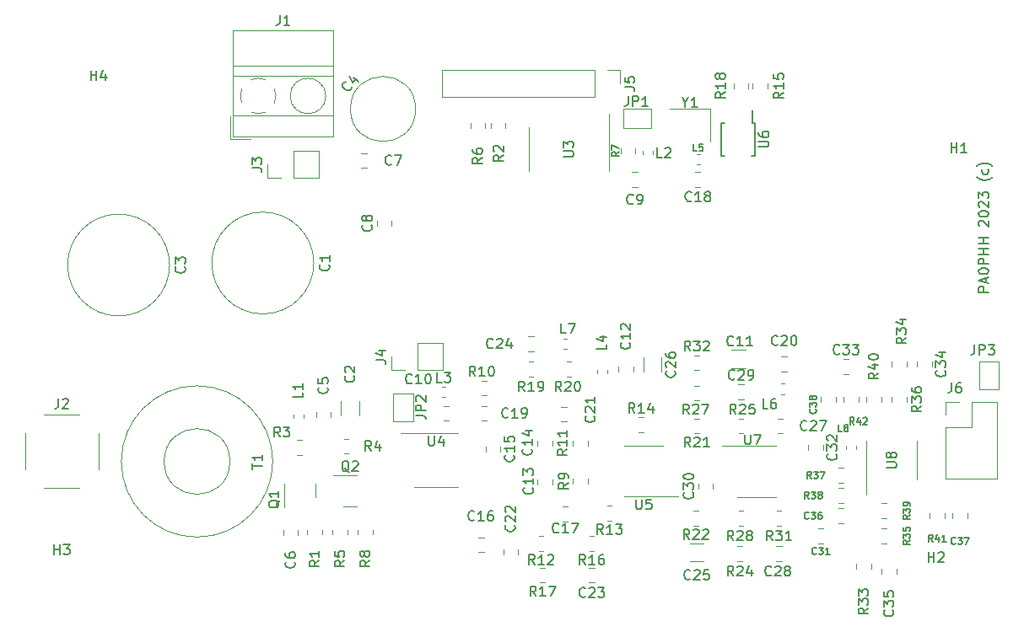
<source format=gbr>
%TF.GenerationSoftware,KiCad,Pcbnew,(6.0.9)*%
%TF.CreationDate,2023-05-20T11:21:48+02:00*%
%TF.ProjectId,sdrt41,73647274-3431-42e6-9b69-6361645f7063,rev?*%
%TF.SameCoordinates,Original*%
%TF.FileFunction,Legend,Top*%
%TF.FilePolarity,Positive*%
%FSLAX46Y46*%
G04 Gerber Fmt 4.6, Leading zero omitted, Abs format (unit mm)*
G04 Created by KiCad (PCBNEW (6.0.9)) date 2023-05-20 11:21:48*
%MOMM*%
%LPD*%
G01*
G04 APERTURE LIST*
%ADD10C,0.150000*%
%ADD11C,0.120000*%
G04 APERTURE END LIST*
D10*
X121356380Y-86486190D02*
X120356380Y-86486190D01*
X120356380Y-86105238D01*
X120404000Y-86010000D01*
X120451619Y-85962380D01*
X120546857Y-85914761D01*
X120689714Y-85914761D01*
X120784952Y-85962380D01*
X120832571Y-86010000D01*
X120880190Y-86105238D01*
X120880190Y-86486190D01*
X121070666Y-85533809D02*
X121070666Y-85057619D01*
X121356380Y-85629047D02*
X120356380Y-85295714D01*
X121356380Y-84962380D01*
X120356380Y-84438571D02*
X120356380Y-84343333D01*
X120404000Y-84248095D01*
X120451619Y-84200476D01*
X120546857Y-84152857D01*
X120737333Y-84105238D01*
X120975428Y-84105238D01*
X121165904Y-84152857D01*
X121261142Y-84200476D01*
X121308761Y-84248095D01*
X121356380Y-84343333D01*
X121356380Y-84438571D01*
X121308761Y-84533809D01*
X121261142Y-84581428D01*
X121165904Y-84629047D01*
X120975428Y-84676666D01*
X120737333Y-84676666D01*
X120546857Y-84629047D01*
X120451619Y-84581428D01*
X120404000Y-84533809D01*
X120356380Y-84438571D01*
X121356380Y-83676666D02*
X120356380Y-83676666D01*
X120356380Y-83295714D01*
X120404000Y-83200476D01*
X120451619Y-83152857D01*
X120546857Y-83105238D01*
X120689714Y-83105238D01*
X120784952Y-83152857D01*
X120832571Y-83200476D01*
X120880190Y-83295714D01*
X120880190Y-83676666D01*
X121356380Y-82676666D02*
X120356380Y-82676666D01*
X120832571Y-82676666D02*
X120832571Y-82105238D01*
X121356380Y-82105238D02*
X120356380Y-82105238D01*
X121356380Y-81629047D02*
X120356380Y-81629047D01*
X120832571Y-81629047D02*
X120832571Y-81057619D01*
X121356380Y-81057619D02*
X120356380Y-81057619D01*
X120451619Y-79867142D02*
X120404000Y-79819523D01*
X120356380Y-79724285D01*
X120356380Y-79486190D01*
X120404000Y-79390952D01*
X120451619Y-79343333D01*
X120546857Y-79295714D01*
X120642095Y-79295714D01*
X120784952Y-79343333D01*
X121356380Y-79914761D01*
X121356380Y-79295714D01*
X120356380Y-78676666D02*
X120356380Y-78581428D01*
X120404000Y-78486190D01*
X120451619Y-78438571D01*
X120546857Y-78390952D01*
X120737333Y-78343333D01*
X120975428Y-78343333D01*
X121165904Y-78390952D01*
X121261142Y-78438571D01*
X121308761Y-78486190D01*
X121356380Y-78581428D01*
X121356380Y-78676666D01*
X121308761Y-78771904D01*
X121261142Y-78819523D01*
X121165904Y-78867142D01*
X120975428Y-78914761D01*
X120737333Y-78914761D01*
X120546857Y-78867142D01*
X120451619Y-78819523D01*
X120404000Y-78771904D01*
X120356380Y-78676666D01*
X120451619Y-77962380D02*
X120404000Y-77914761D01*
X120356380Y-77819523D01*
X120356380Y-77581428D01*
X120404000Y-77486190D01*
X120451619Y-77438571D01*
X120546857Y-77390952D01*
X120642095Y-77390952D01*
X120784952Y-77438571D01*
X121356380Y-78010000D01*
X121356380Y-77390952D01*
X120356380Y-77057619D02*
X120356380Y-76438571D01*
X120737333Y-76771904D01*
X120737333Y-76629047D01*
X120784952Y-76533809D01*
X120832571Y-76486190D01*
X120927809Y-76438571D01*
X121165904Y-76438571D01*
X121261142Y-76486190D01*
X121308761Y-76533809D01*
X121356380Y-76629047D01*
X121356380Y-76914761D01*
X121308761Y-77010000D01*
X121261142Y-77057619D01*
X121737333Y-74962380D02*
X121689714Y-75010000D01*
X121546857Y-75105238D01*
X121451619Y-75152857D01*
X121308761Y-75200476D01*
X121070666Y-75248095D01*
X120880190Y-75248095D01*
X120642095Y-75200476D01*
X120499238Y-75152857D01*
X120404000Y-75105238D01*
X120261142Y-75010000D01*
X120213523Y-74962380D01*
X121308761Y-74152857D02*
X121356380Y-74248095D01*
X121356380Y-74438571D01*
X121308761Y-74533809D01*
X121261142Y-74581428D01*
X121165904Y-74629047D01*
X120880190Y-74629047D01*
X120784952Y-74581428D01*
X120737333Y-74533809D01*
X120689714Y-74438571D01*
X120689714Y-74248095D01*
X120737333Y-74152857D01*
X121737333Y-73819523D02*
X121689714Y-73771904D01*
X121546857Y-73676666D01*
X121451619Y-73629047D01*
X121308761Y-73581428D01*
X121070666Y-73533809D01*
X120880190Y-73533809D01*
X120642095Y-73581428D01*
X120499238Y-73629047D01*
X120404000Y-73676666D01*
X120261142Y-73771904D01*
X120213523Y-73819523D01*
%TO.C,R18*%
X94940380Y-66405357D02*
X94464190Y-66738690D01*
X94940380Y-66976785D02*
X93940380Y-66976785D01*
X93940380Y-66595833D01*
X93988000Y-66500595D01*
X94035619Y-66452976D01*
X94130857Y-66405357D01*
X94273714Y-66405357D01*
X94368952Y-66452976D01*
X94416571Y-66500595D01*
X94464190Y-66595833D01*
X94464190Y-66976785D01*
X94940380Y-65452976D02*
X94940380Y-66024404D01*
X94940380Y-65738690D02*
X93940380Y-65738690D01*
X94083238Y-65833928D01*
X94178476Y-65929166D01*
X94226095Y-66024404D01*
X94368952Y-64881547D02*
X94321333Y-64976785D01*
X94273714Y-65024404D01*
X94178476Y-65072023D01*
X94130857Y-65072023D01*
X94035619Y-65024404D01*
X93988000Y-64976785D01*
X93940380Y-64881547D01*
X93940380Y-64691071D01*
X93988000Y-64595833D01*
X94035619Y-64548214D01*
X94130857Y-64500595D01*
X94178476Y-64500595D01*
X94273714Y-64548214D01*
X94321333Y-64595833D01*
X94368952Y-64691071D01*
X94368952Y-64881547D01*
X94416571Y-64976785D01*
X94464190Y-65024404D01*
X94559428Y-65072023D01*
X94749904Y-65072023D01*
X94845142Y-65024404D01*
X94892761Y-64976785D01*
X94940380Y-64881547D01*
X94940380Y-64691071D01*
X94892761Y-64595833D01*
X94845142Y-64548214D01*
X94749904Y-64500595D01*
X94559428Y-64500595D01*
X94464190Y-64548214D01*
X94416571Y-64595833D01*
X94368952Y-64691071D01*
%TO.C,R15*%
X100782380Y-66428857D02*
X100306190Y-66762190D01*
X100782380Y-67000285D02*
X99782380Y-67000285D01*
X99782380Y-66619333D01*
X99830000Y-66524095D01*
X99877619Y-66476476D01*
X99972857Y-66428857D01*
X100115714Y-66428857D01*
X100210952Y-66476476D01*
X100258571Y-66524095D01*
X100306190Y-66619333D01*
X100306190Y-67000285D01*
X100782380Y-65476476D02*
X100782380Y-66047904D01*
X100782380Y-65762190D02*
X99782380Y-65762190D01*
X99925238Y-65857428D01*
X100020476Y-65952666D01*
X100068095Y-66047904D01*
X99782380Y-64571714D02*
X99782380Y-65047904D01*
X100258571Y-65095523D01*
X100210952Y-65047904D01*
X100163333Y-64952666D01*
X100163333Y-64714571D01*
X100210952Y-64619333D01*
X100258571Y-64571714D01*
X100353809Y-64524095D01*
X100591904Y-64524095D01*
X100687142Y-64571714D01*
X100734761Y-64619333D01*
X100782380Y-64714571D01*
X100782380Y-64952666D01*
X100734761Y-65047904D01*
X100687142Y-65095523D01*
%TO.C,C37*%
X118041000Y-111756000D02*
X118007666Y-111789333D01*
X117907666Y-111822666D01*
X117841000Y-111822666D01*
X117741000Y-111789333D01*
X117674333Y-111722666D01*
X117641000Y-111656000D01*
X117607666Y-111522666D01*
X117607666Y-111422666D01*
X117641000Y-111289333D01*
X117674333Y-111222666D01*
X117741000Y-111156000D01*
X117841000Y-111122666D01*
X117907666Y-111122666D01*
X118007666Y-111156000D01*
X118041000Y-111189333D01*
X118274333Y-111122666D02*
X118707666Y-111122666D01*
X118474333Y-111389333D01*
X118574333Y-111389333D01*
X118641000Y-111422666D01*
X118674333Y-111456000D01*
X118707666Y-111522666D01*
X118707666Y-111689333D01*
X118674333Y-111756000D01*
X118641000Y-111789333D01*
X118574333Y-111822666D01*
X118374333Y-111822666D01*
X118307666Y-111789333D01*
X118274333Y-111756000D01*
X118941000Y-111122666D02*
X119407666Y-111122666D01*
X119107666Y-111822666D01*
%TO.C,C6*%
X51665142Y-113577666D02*
X51712761Y-113625285D01*
X51760380Y-113768142D01*
X51760380Y-113863380D01*
X51712761Y-114006238D01*
X51617523Y-114101476D01*
X51522285Y-114149095D01*
X51331809Y-114196714D01*
X51188952Y-114196714D01*
X50998476Y-114149095D01*
X50903238Y-114101476D01*
X50808000Y-114006238D01*
X50760380Y-113863380D01*
X50760380Y-113768142D01*
X50808000Y-113625285D01*
X50855619Y-113577666D01*
X50760380Y-112720523D02*
X50760380Y-112911000D01*
X50808000Y-113006238D01*
X50855619Y-113053857D01*
X50998476Y-113149095D01*
X51188952Y-113196714D01*
X51569904Y-113196714D01*
X51665142Y-113149095D01*
X51712761Y-113101476D01*
X51760380Y-113006238D01*
X51760380Y-112815761D01*
X51712761Y-112720523D01*
X51665142Y-112672904D01*
X51569904Y-112625285D01*
X51331809Y-112625285D01*
X51236571Y-112672904D01*
X51188952Y-112720523D01*
X51141333Y-112815761D01*
X51141333Y-113006238D01*
X51188952Y-113101476D01*
X51236571Y-113149095D01*
X51331809Y-113196714D01*
%TO.C,R19*%
X74795142Y-96464380D02*
X74461809Y-95988190D01*
X74223714Y-96464380D02*
X74223714Y-95464380D01*
X74604666Y-95464380D01*
X74699904Y-95512000D01*
X74747523Y-95559619D01*
X74795142Y-95654857D01*
X74795142Y-95797714D01*
X74747523Y-95892952D01*
X74699904Y-95940571D01*
X74604666Y-95988190D01*
X74223714Y-95988190D01*
X75747523Y-96464380D02*
X75176095Y-96464380D01*
X75461809Y-96464380D02*
X75461809Y-95464380D01*
X75366571Y-95607238D01*
X75271333Y-95702476D01*
X75176095Y-95750095D01*
X76223714Y-96464380D02*
X76414190Y-96464380D01*
X76509428Y-96416761D01*
X76557047Y-96369142D01*
X76652285Y-96226285D01*
X76699904Y-96035809D01*
X76699904Y-95654857D01*
X76652285Y-95559619D01*
X76604666Y-95512000D01*
X76509428Y-95464380D01*
X76318952Y-95464380D01*
X76223714Y-95512000D01*
X76176095Y-95559619D01*
X76128476Y-95654857D01*
X76128476Y-95892952D01*
X76176095Y-95988190D01*
X76223714Y-96035809D01*
X76318952Y-96083428D01*
X76509428Y-96083428D01*
X76604666Y-96035809D01*
X76652285Y-95988190D01*
X76699904Y-95892952D01*
%TO.C,C11*%
X95750142Y-91797142D02*
X95702523Y-91844761D01*
X95559666Y-91892380D01*
X95464428Y-91892380D01*
X95321571Y-91844761D01*
X95226333Y-91749523D01*
X95178714Y-91654285D01*
X95131095Y-91463809D01*
X95131095Y-91320952D01*
X95178714Y-91130476D01*
X95226333Y-91035238D01*
X95321571Y-90940000D01*
X95464428Y-90892380D01*
X95559666Y-90892380D01*
X95702523Y-90940000D01*
X95750142Y-90987619D01*
X96702523Y-91892380D02*
X96131095Y-91892380D01*
X96416809Y-91892380D02*
X96416809Y-90892380D01*
X96321571Y-91035238D01*
X96226333Y-91130476D01*
X96131095Y-91178095D01*
X97654904Y-91892380D02*
X97083476Y-91892380D01*
X97369190Y-91892380D02*
X97369190Y-90892380D01*
X97273952Y-91035238D01*
X97178714Y-91130476D01*
X97083476Y-91178095D01*
%TO.C,R38*%
X103309000Y-107250666D02*
X103075666Y-106917333D01*
X102909000Y-107250666D02*
X102909000Y-106550666D01*
X103175666Y-106550666D01*
X103242333Y-106584000D01*
X103275666Y-106617333D01*
X103309000Y-106684000D01*
X103309000Y-106784000D01*
X103275666Y-106850666D01*
X103242333Y-106884000D01*
X103175666Y-106917333D01*
X102909000Y-106917333D01*
X103542333Y-106550666D02*
X103975666Y-106550666D01*
X103742333Y-106817333D01*
X103842333Y-106817333D01*
X103909000Y-106850666D01*
X103942333Y-106884000D01*
X103975666Y-106950666D01*
X103975666Y-107117333D01*
X103942333Y-107184000D01*
X103909000Y-107217333D01*
X103842333Y-107250666D01*
X103642333Y-107250666D01*
X103575666Y-107217333D01*
X103542333Y-107184000D01*
X104375666Y-106850666D02*
X104309000Y-106817333D01*
X104275666Y-106784000D01*
X104242333Y-106717333D01*
X104242333Y-106684000D01*
X104275666Y-106617333D01*
X104309000Y-106584000D01*
X104375666Y-106550666D01*
X104509000Y-106550666D01*
X104575666Y-106584000D01*
X104609000Y-106617333D01*
X104642333Y-106684000D01*
X104642333Y-106717333D01*
X104609000Y-106784000D01*
X104575666Y-106817333D01*
X104509000Y-106850666D01*
X104375666Y-106850666D01*
X104309000Y-106884000D01*
X104275666Y-106917333D01*
X104242333Y-106984000D01*
X104242333Y-107117333D01*
X104275666Y-107184000D01*
X104309000Y-107217333D01*
X104375666Y-107250666D01*
X104509000Y-107250666D01*
X104575666Y-107217333D01*
X104609000Y-107184000D01*
X104642333Y-107117333D01*
X104642333Y-106984000D01*
X104609000Y-106917333D01*
X104575666Y-106884000D01*
X104509000Y-106850666D01*
%TO.C,C2*%
X57634142Y-94908666D02*
X57681761Y-94956285D01*
X57729380Y-95099142D01*
X57729380Y-95194380D01*
X57681761Y-95337238D01*
X57586523Y-95432476D01*
X57491285Y-95480095D01*
X57300809Y-95527714D01*
X57157952Y-95527714D01*
X56967476Y-95480095D01*
X56872238Y-95432476D01*
X56777000Y-95337238D01*
X56729380Y-95194380D01*
X56729380Y-95099142D01*
X56777000Y-94956285D01*
X56824619Y-94908666D01*
X56824619Y-94527714D02*
X56777000Y-94480095D01*
X56729380Y-94384857D01*
X56729380Y-94146761D01*
X56777000Y-94051523D01*
X56824619Y-94003904D01*
X56919857Y-93956285D01*
X57015095Y-93956285D01*
X57157952Y-94003904D01*
X57729380Y-94575333D01*
X57729380Y-93956285D01*
%TO.C,R4*%
X59396333Y-102433380D02*
X59063000Y-101957190D01*
X58824904Y-102433380D02*
X58824904Y-101433380D01*
X59205857Y-101433380D01*
X59301095Y-101481000D01*
X59348714Y-101528619D01*
X59396333Y-101623857D01*
X59396333Y-101766714D01*
X59348714Y-101861952D01*
X59301095Y-101909571D01*
X59205857Y-101957190D01*
X58824904Y-101957190D01*
X60253476Y-101766714D02*
X60253476Y-102433380D01*
X60015380Y-101385761D02*
X59777285Y-102100047D01*
X60396333Y-102100047D01*
%TO.C,R17*%
X75938142Y-117037380D02*
X75604809Y-116561190D01*
X75366714Y-117037380D02*
X75366714Y-116037380D01*
X75747666Y-116037380D01*
X75842904Y-116085000D01*
X75890523Y-116132619D01*
X75938142Y-116227857D01*
X75938142Y-116370714D01*
X75890523Y-116465952D01*
X75842904Y-116513571D01*
X75747666Y-116561190D01*
X75366714Y-116561190D01*
X76890523Y-117037380D02*
X76319095Y-117037380D01*
X76604809Y-117037380D02*
X76604809Y-116037380D01*
X76509571Y-116180238D01*
X76414333Y-116275476D01*
X76319095Y-116323095D01*
X77223857Y-116037380D02*
X77890523Y-116037380D01*
X77461952Y-117037380D01*
%TO.C,C10*%
X63492142Y-95607142D02*
X63444523Y-95654761D01*
X63301666Y-95702380D01*
X63206428Y-95702380D01*
X63063571Y-95654761D01*
X62968333Y-95559523D01*
X62920714Y-95464285D01*
X62873095Y-95273809D01*
X62873095Y-95130952D01*
X62920714Y-94940476D01*
X62968333Y-94845238D01*
X63063571Y-94750000D01*
X63206428Y-94702380D01*
X63301666Y-94702380D01*
X63444523Y-94750000D01*
X63492142Y-94797619D01*
X64444523Y-95702380D02*
X63873095Y-95702380D01*
X64158809Y-95702380D02*
X64158809Y-94702380D01*
X64063571Y-94845238D01*
X63968333Y-94940476D01*
X63873095Y-94988095D01*
X65063571Y-94702380D02*
X65158809Y-94702380D01*
X65254047Y-94750000D01*
X65301666Y-94797619D01*
X65349285Y-94892857D01*
X65396904Y-95083333D01*
X65396904Y-95321428D01*
X65349285Y-95511904D01*
X65301666Y-95607142D01*
X65254047Y-95654761D01*
X65158809Y-95702380D01*
X65063571Y-95702380D01*
X64968333Y-95654761D01*
X64920714Y-95607142D01*
X64873095Y-95511904D01*
X64825476Y-95321428D01*
X64825476Y-95083333D01*
X64873095Y-94892857D01*
X64920714Y-94797619D01*
X64968333Y-94750000D01*
X65063571Y-94702380D01*
%TO.C,C20*%
X100195142Y-91746342D02*
X100147523Y-91793961D01*
X100004666Y-91841580D01*
X99909428Y-91841580D01*
X99766571Y-91793961D01*
X99671333Y-91698723D01*
X99623714Y-91603485D01*
X99576095Y-91413009D01*
X99576095Y-91270152D01*
X99623714Y-91079676D01*
X99671333Y-90984438D01*
X99766571Y-90889200D01*
X99909428Y-90841580D01*
X100004666Y-90841580D01*
X100147523Y-90889200D01*
X100195142Y-90936819D01*
X100576095Y-90936819D02*
X100623714Y-90889200D01*
X100718952Y-90841580D01*
X100957047Y-90841580D01*
X101052285Y-90889200D01*
X101099904Y-90936819D01*
X101147523Y-91032057D01*
X101147523Y-91127295D01*
X101099904Y-91270152D01*
X100528476Y-91841580D01*
X101147523Y-91841580D01*
X101766571Y-90841580D02*
X101861809Y-90841580D01*
X101957047Y-90889200D01*
X102004666Y-90936819D01*
X102052285Y-91032057D01*
X102099904Y-91222533D01*
X102099904Y-91460628D01*
X102052285Y-91651104D01*
X102004666Y-91746342D01*
X101957047Y-91793961D01*
X101861809Y-91841580D01*
X101766571Y-91841580D01*
X101671333Y-91793961D01*
X101623714Y-91746342D01*
X101576095Y-91651104D01*
X101528476Y-91460628D01*
X101528476Y-91222533D01*
X101576095Y-91032057D01*
X101623714Y-90936819D01*
X101671333Y-90889200D01*
X101766571Y-90841580D01*
%TO.C,C29*%
X95877142Y-95197142D02*
X95829523Y-95244761D01*
X95686666Y-95292380D01*
X95591428Y-95292380D01*
X95448571Y-95244761D01*
X95353333Y-95149523D01*
X95305714Y-95054285D01*
X95258095Y-94863809D01*
X95258095Y-94720952D01*
X95305714Y-94530476D01*
X95353333Y-94435238D01*
X95448571Y-94340000D01*
X95591428Y-94292380D01*
X95686666Y-94292380D01*
X95829523Y-94340000D01*
X95877142Y-94387619D01*
X96258095Y-94387619D02*
X96305714Y-94340000D01*
X96400952Y-94292380D01*
X96639047Y-94292380D01*
X96734285Y-94340000D01*
X96781904Y-94387619D01*
X96829523Y-94482857D01*
X96829523Y-94578095D01*
X96781904Y-94720952D01*
X96210476Y-95292380D01*
X96829523Y-95292380D01*
X97305714Y-95292380D02*
X97496190Y-95292380D01*
X97591428Y-95244761D01*
X97639047Y-95197142D01*
X97734285Y-95054285D01*
X97781904Y-94863809D01*
X97781904Y-94482857D01*
X97734285Y-94387619D01*
X97686666Y-94340000D01*
X97591428Y-94292380D01*
X97400952Y-94292380D01*
X97305714Y-94340000D01*
X97258095Y-94387619D01*
X97210476Y-94482857D01*
X97210476Y-94720952D01*
X97258095Y-94816190D01*
X97305714Y-94863809D01*
X97400952Y-94911428D01*
X97591428Y-94911428D01*
X97686666Y-94863809D01*
X97734285Y-94816190D01*
X97781904Y-94720952D01*
%TO.C,U6*%
X98276669Y-71910791D02*
X99086193Y-71910791D01*
X99181431Y-71863172D01*
X99229050Y-71815553D01*
X99276669Y-71720315D01*
X99276669Y-71529839D01*
X99229050Y-71434601D01*
X99181431Y-71386982D01*
X99086193Y-71339363D01*
X98276669Y-71339363D01*
X98276669Y-70434601D02*
X98276669Y-70625077D01*
X98324289Y-70720315D01*
X98371908Y-70767934D01*
X98514765Y-70863172D01*
X98705241Y-70910791D01*
X99086193Y-70910791D01*
X99181431Y-70863172D01*
X99229050Y-70815553D01*
X99276669Y-70720315D01*
X99276669Y-70529839D01*
X99229050Y-70434601D01*
X99181431Y-70386982D01*
X99086193Y-70339363D01*
X98848098Y-70339363D01*
X98752860Y-70386982D01*
X98705241Y-70434601D01*
X98657622Y-70529839D01*
X98657622Y-70720315D01*
X98705241Y-70815553D01*
X98752860Y-70863172D01*
X98848098Y-70910791D01*
%TO.C,Q1*%
X50204619Y-107410238D02*
X50157000Y-107505476D01*
X50061761Y-107600714D01*
X49918904Y-107743571D01*
X49871285Y-107838809D01*
X49871285Y-107934047D01*
X50109380Y-107886428D02*
X50061761Y-107981666D01*
X49966523Y-108076904D01*
X49776047Y-108124523D01*
X49442714Y-108124523D01*
X49252238Y-108076904D01*
X49157000Y-107981666D01*
X49109380Y-107886428D01*
X49109380Y-107695952D01*
X49157000Y-107600714D01*
X49252238Y-107505476D01*
X49442714Y-107457857D01*
X49776047Y-107457857D01*
X49966523Y-107505476D01*
X50061761Y-107600714D01*
X50109380Y-107695952D01*
X50109380Y-107886428D01*
X50109380Y-106505476D02*
X50109380Y-107076904D01*
X50109380Y-106791190D02*
X49109380Y-106791190D01*
X49252238Y-106886428D01*
X49347476Y-106981666D01*
X49395095Y-107076904D01*
%TO.C,H1*%
X117602095Y-72461380D02*
X117602095Y-71461380D01*
X117602095Y-71937571D02*
X118173523Y-71937571D01*
X118173523Y-72461380D02*
X118173523Y-71461380D01*
X119173523Y-72461380D02*
X118602095Y-72461380D01*
X118887809Y-72461380D02*
X118887809Y-71461380D01*
X118792571Y-71604238D01*
X118697333Y-71699476D01*
X118602095Y-71747095D01*
%TO.C,C18*%
X91533639Y-77293742D02*
X91486020Y-77341361D01*
X91343163Y-77388980D01*
X91247925Y-77388980D01*
X91105068Y-77341361D01*
X91009830Y-77246123D01*
X90962211Y-77150885D01*
X90914592Y-76960409D01*
X90914592Y-76817552D01*
X90962211Y-76627076D01*
X91009830Y-76531838D01*
X91105068Y-76436600D01*
X91247925Y-76388980D01*
X91343163Y-76388980D01*
X91486020Y-76436600D01*
X91533639Y-76484219D01*
X92486020Y-77388980D02*
X91914592Y-77388980D01*
X92200306Y-77388980D02*
X92200306Y-76388980D01*
X92105068Y-76531838D01*
X92009830Y-76627076D01*
X91914592Y-76674695D01*
X93057449Y-76817552D02*
X92962211Y-76769933D01*
X92914592Y-76722314D01*
X92866973Y-76627076D01*
X92866973Y-76579457D01*
X92914592Y-76484219D01*
X92962211Y-76436600D01*
X93057449Y-76388980D01*
X93247925Y-76388980D01*
X93343163Y-76436600D01*
X93390782Y-76484219D01*
X93438401Y-76579457D01*
X93438401Y-76627076D01*
X93390782Y-76722314D01*
X93343163Y-76769933D01*
X93247925Y-76817552D01*
X93057449Y-76817552D01*
X92962211Y-76865171D01*
X92914592Y-76912790D01*
X92866973Y-77008028D01*
X92866973Y-77198504D01*
X92914592Y-77293742D01*
X92962211Y-77341361D01*
X93057449Y-77388980D01*
X93247925Y-77388980D01*
X93343163Y-77341361D01*
X93390782Y-77293742D01*
X93438401Y-77198504D01*
X93438401Y-77008028D01*
X93390782Y-76912790D01*
X93343163Y-76865171D01*
X93247925Y-76817552D01*
%TO.C,L6*%
X99198133Y-98191580D02*
X98721942Y-98191580D01*
X98721942Y-97191580D01*
X99960038Y-97191580D02*
X99769561Y-97191580D01*
X99674323Y-97239200D01*
X99626704Y-97286819D01*
X99531466Y-97429676D01*
X99483847Y-97620152D01*
X99483847Y-98001104D01*
X99531466Y-98096342D01*
X99579085Y-98143961D01*
X99674323Y-98191580D01*
X99864800Y-98191580D01*
X99960038Y-98143961D01*
X100007657Y-98096342D01*
X100055276Y-98001104D01*
X100055276Y-97763009D01*
X100007657Y-97667771D01*
X99960038Y-97620152D01*
X99864800Y-97572533D01*
X99674323Y-97572533D01*
X99579085Y-97620152D01*
X99531466Y-97667771D01*
X99483847Y-97763009D01*
%TO.C,C15*%
X73665142Y-102877857D02*
X73712761Y-102925476D01*
X73760380Y-103068333D01*
X73760380Y-103163571D01*
X73712761Y-103306428D01*
X73617523Y-103401666D01*
X73522285Y-103449285D01*
X73331809Y-103496904D01*
X73188952Y-103496904D01*
X72998476Y-103449285D01*
X72903238Y-103401666D01*
X72808000Y-103306428D01*
X72760380Y-103163571D01*
X72760380Y-103068333D01*
X72808000Y-102925476D01*
X72855619Y-102877857D01*
X73760380Y-101925476D02*
X73760380Y-102496904D01*
X73760380Y-102211190D02*
X72760380Y-102211190D01*
X72903238Y-102306428D01*
X72998476Y-102401666D01*
X73046095Y-102496904D01*
X72760380Y-101020714D02*
X72760380Y-101496904D01*
X73236571Y-101544523D01*
X73188952Y-101496904D01*
X73141333Y-101401666D01*
X73141333Y-101163571D01*
X73188952Y-101068333D01*
X73236571Y-101020714D01*
X73331809Y-100973095D01*
X73569904Y-100973095D01*
X73665142Y-101020714D01*
X73712761Y-101068333D01*
X73760380Y-101163571D01*
X73760380Y-101401666D01*
X73712761Y-101496904D01*
X73665142Y-101544523D01*
%TO.C,JP2*%
X63863380Y-98877333D02*
X64577666Y-98877333D01*
X64720523Y-98924952D01*
X64815761Y-99020190D01*
X64863380Y-99163047D01*
X64863380Y-99258285D01*
X64863380Y-98401142D02*
X63863380Y-98401142D01*
X63863380Y-98020190D01*
X63911000Y-97924952D01*
X63958619Y-97877333D01*
X64053857Y-97829714D01*
X64196714Y-97829714D01*
X64291952Y-97877333D01*
X64339571Y-97924952D01*
X64387190Y-98020190D01*
X64387190Y-98401142D01*
X63958619Y-97448761D02*
X63911000Y-97401142D01*
X63863380Y-97305904D01*
X63863380Y-97067809D01*
X63911000Y-96972571D01*
X63958619Y-96924952D01*
X64053857Y-96877333D01*
X64149095Y-96877333D01*
X64291952Y-96924952D01*
X64863380Y-97496380D01*
X64863380Y-96877333D01*
%TO.C,C21*%
X81764142Y-98940857D02*
X81811761Y-98988476D01*
X81859380Y-99131333D01*
X81859380Y-99226571D01*
X81811761Y-99369428D01*
X81716523Y-99464666D01*
X81621285Y-99512285D01*
X81430809Y-99559904D01*
X81287952Y-99559904D01*
X81097476Y-99512285D01*
X81002238Y-99464666D01*
X80907000Y-99369428D01*
X80859380Y-99226571D01*
X80859380Y-99131333D01*
X80907000Y-98988476D01*
X80954619Y-98940857D01*
X80954619Y-98559904D02*
X80907000Y-98512285D01*
X80859380Y-98417047D01*
X80859380Y-98178952D01*
X80907000Y-98083714D01*
X80954619Y-98036095D01*
X81049857Y-97988476D01*
X81145095Y-97988476D01*
X81287952Y-98036095D01*
X81859380Y-98607523D01*
X81859380Y-97988476D01*
X81859380Y-97036095D02*
X81859380Y-97607523D01*
X81859380Y-97321809D02*
X80859380Y-97321809D01*
X81002238Y-97417047D01*
X81097476Y-97512285D01*
X81145095Y-97607523D01*
%TO.C,C26*%
X89837142Y-94417857D02*
X89884761Y-94465476D01*
X89932380Y-94608333D01*
X89932380Y-94703571D01*
X89884761Y-94846428D01*
X89789523Y-94941666D01*
X89694285Y-94989285D01*
X89503809Y-95036904D01*
X89360952Y-95036904D01*
X89170476Y-94989285D01*
X89075238Y-94941666D01*
X88980000Y-94846428D01*
X88932380Y-94703571D01*
X88932380Y-94608333D01*
X88980000Y-94465476D01*
X89027619Y-94417857D01*
X89027619Y-94036904D02*
X88980000Y-93989285D01*
X88932380Y-93894047D01*
X88932380Y-93655952D01*
X88980000Y-93560714D01*
X89027619Y-93513095D01*
X89122857Y-93465476D01*
X89218095Y-93465476D01*
X89360952Y-93513095D01*
X89932380Y-94084523D01*
X89932380Y-93465476D01*
X88932380Y-92608333D02*
X88932380Y-92798809D01*
X88980000Y-92894047D01*
X89027619Y-92941666D01*
X89170476Y-93036904D01*
X89360952Y-93084523D01*
X89741904Y-93084523D01*
X89837142Y-93036904D01*
X89884761Y-92989285D01*
X89932380Y-92894047D01*
X89932380Y-92703571D01*
X89884761Y-92608333D01*
X89837142Y-92560714D01*
X89741904Y-92513095D01*
X89503809Y-92513095D01*
X89408571Y-92560714D01*
X89360952Y-92608333D01*
X89313333Y-92703571D01*
X89313333Y-92894047D01*
X89360952Y-92989285D01*
X89408571Y-93036904D01*
X89503809Y-93084523D01*
%TO.C,C7*%
X61428333Y-73636142D02*
X61380714Y-73683761D01*
X61237857Y-73731380D01*
X61142619Y-73731380D01*
X60999761Y-73683761D01*
X60904523Y-73588523D01*
X60856904Y-73493285D01*
X60809285Y-73302809D01*
X60809285Y-73159952D01*
X60856904Y-72969476D01*
X60904523Y-72874238D01*
X60999761Y-72779000D01*
X61142619Y-72731380D01*
X61237857Y-72731380D01*
X61380714Y-72779000D01*
X61428333Y-72826619D01*
X61761666Y-72731380D02*
X62428333Y-72731380D01*
X61999761Y-73731380D01*
%TO.C,R37*%
X103563000Y-105218666D02*
X103329666Y-104885333D01*
X103163000Y-105218666D02*
X103163000Y-104518666D01*
X103429666Y-104518666D01*
X103496333Y-104552000D01*
X103529666Y-104585333D01*
X103563000Y-104652000D01*
X103563000Y-104752000D01*
X103529666Y-104818666D01*
X103496333Y-104852000D01*
X103429666Y-104885333D01*
X103163000Y-104885333D01*
X103796333Y-104518666D02*
X104229666Y-104518666D01*
X103996333Y-104785333D01*
X104096333Y-104785333D01*
X104163000Y-104818666D01*
X104196333Y-104852000D01*
X104229666Y-104918666D01*
X104229666Y-105085333D01*
X104196333Y-105152000D01*
X104163000Y-105185333D01*
X104096333Y-105218666D01*
X103896333Y-105218666D01*
X103829666Y-105185333D01*
X103796333Y-105152000D01*
X104463000Y-104518666D02*
X104929666Y-104518666D01*
X104629666Y-105218666D01*
%TO.C,R22*%
X91328642Y-111322380D02*
X90995309Y-110846190D01*
X90757214Y-111322380D02*
X90757214Y-110322380D01*
X91138166Y-110322380D01*
X91233404Y-110370000D01*
X91281023Y-110417619D01*
X91328642Y-110512857D01*
X91328642Y-110655714D01*
X91281023Y-110750952D01*
X91233404Y-110798571D01*
X91138166Y-110846190D01*
X90757214Y-110846190D01*
X91709595Y-110417619D02*
X91757214Y-110370000D01*
X91852452Y-110322380D01*
X92090547Y-110322380D01*
X92185785Y-110370000D01*
X92233404Y-110417619D01*
X92281023Y-110512857D01*
X92281023Y-110608095D01*
X92233404Y-110750952D01*
X91661976Y-111322380D01*
X92281023Y-111322380D01*
X92661976Y-110417619D02*
X92709595Y-110370000D01*
X92804833Y-110322380D01*
X93042928Y-110322380D01*
X93138166Y-110370000D01*
X93185785Y-110417619D01*
X93233404Y-110512857D01*
X93233404Y-110608095D01*
X93185785Y-110750952D01*
X92614357Y-111322380D01*
X93233404Y-111322380D01*
%TO.C,R33*%
X109291380Y-118244857D02*
X108815190Y-118578190D01*
X109291380Y-118816285D02*
X108291380Y-118816285D01*
X108291380Y-118435333D01*
X108339000Y-118340095D01*
X108386619Y-118292476D01*
X108481857Y-118244857D01*
X108624714Y-118244857D01*
X108719952Y-118292476D01*
X108767571Y-118340095D01*
X108815190Y-118435333D01*
X108815190Y-118816285D01*
X108291380Y-117911523D02*
X108291380Y-117292476D01*
X108672333Y-117625809D01*
X108672333Y-117482952D01*
X108719952Y-117387714D01*
X108767571Y-117340095D01*
X108862809Y-117292476D01*
X109100904Y-117292476D01*
X109196142Y-117340095D01*
X109243761Y-117387714D01*
X109291380Y-117482952D01*
X109291380Y-117768666D01*
X109243761Y-117863904D01*
X109196142Y-117911523D01*
X108291380Y-116959142D02*
X108291380Y-116340095D01*
X108672333Y-116673428D01*
X108672333Y-116530571D01*
X108719952Y-116435333D01*
X108767571Y-116387714D01*
X108862809Y-116340095D01*
X109100904Y-116340095D01*
X109196142Y-116387714D01*
X109243761Y-116435333D01*
X109291380Y-116530571D01*
X109291380Y-116816285D01*
X109243761Y-116911523D01*
X109196142Y-116959142D01*
%TO.C,R25*%
X96004142Y-98750380D02*
X95670809Y-98274190D01*
X95432714Y-98750380D02*
X95432714Y-97750380D01*
X95813666Y-97750380D01*
X95908904Y-97798000D01*
X95956523Y-97845619D01*
X96004142Y-97940857D01*
X96004142Y-98083714D01*
X95956523Y-98178952D01*
X95908904Y-98226571D01*
X95813666Y-98274190D01*
X95432714Y-98274190D01*
X96385095Y-97845619D02*
X96432714Y-97798000D01*
X96527952Y-97750380D01*
X96766047Y-97750380D01*
X96861285Y-97798000D01*
X96908904Y-97845619D01*
X96956523Y-97940857D01*
X96956523Y-98036095D01*
X96908904Y-98178952D01*
X96337476Y-98750380D01*
X96956523Y-98750380D01*
X97861285Y-97750380D02*
X97385095Y-97750380D01*
X97337476Y-98226571D01*
X97385095Y-98178952D01*
X97480333Y-98131333D01*
X97718428Y-98131333D01*
X97813666Y-98178952D01*
X97861285Y-98226571D01*
X97908904Y-98321809D01*
X97908904Y-98559904D01*
X97861285Y-98655142D01*
X97813666Y-98702761D01*
X97718428Y-98750380D01*
X97480333Y-98750380D01*
X97385095Y-98702761D01*
X97337476Y-98655142D01*
%TO.C,R6*%
X70556380Y-72978046D02*
X70080190Y-73311380D01*
X70556380Y-73549475D02*
X69556380Y-73549475D01*
X69556380Y-73168522D01*
X69604000Y-73073284D01*
X69651619Y-73025665D01*
X69746857Y-72978046D01*
X69889714Y-72978046D01*
X69984952Y-73025665D01*
X70032571Y-73073284D01*
X70080190Y-73168522D01*
X70080190Y-73549475D01*
X69556380Y-72120903D02*
X69556380Y-72311380D01*
X69604000Y-72406618D01*
X69651619Y-72454237D01*
X69794476Y-72549475D01*
X69984952Y-72597094D01*
X70365904Y-72597094D01*
X70461142Y-72549475D01*
X70508761Y-72501856D01*
X70556380Y-72406618D01*
X70556380Y-72216141D01*
X70508761Y-72120903D01*
X70461142Y-72073284D01*
X70365904Y-72025665D01*
X70127809Y-72025665D01*
X70032571Y-72073284D01*
X69984952Y-72120903D01*
X69937333Y-72216141D01*
X69937333Y-72406618D01*
X69984952Y-72501856D01*
X70032571Y-72549475D01*
X70127809Y-72597094D01*
%TO.C,C23*%
X80891142Y-117070142D02*
X80843523Y-117117761D01*
X80700666Y-117165380D01*
X80605428Y-117165380D01*
X80462571Y-117117761D01*
X80367333Y-117022523D01*
X80319714Y-116927285D01*
X80272095Y-116736809D01*
X80272095Y-116593952D01*
X80319714Y-116403476D01*
X80367333Y-116308238D01*
X80462571Y-116213000D01*
X80605428Y-116165380D01*
X80700666Y-116165380D01*
X80843523Y-116213000D01*
X80891142Y-116260619D01*
X81272095Y-116260619D02*
X81319714Y-116213000D01*
X81414952Y-116165380D01*
X81653047Y-116165380D01*
X81748285Y-116213000D01*
X81795904Y-116260619D01*
X81843523Y-116355857D01*
X81843523Y-116451095D01*
X81795904Y-116593952D01*
X81224476Y-117165380D01*
X81843523Y-117165380D01*
X82176857Y-116165380D02*
X82795904Y-116165380D01*
X82462571Y-116546333D01*
X82605428Y-116546333D01*
X82700666Y-116593952D01*
X82748285Y-116641571D01*
X82795904Y-116736809D01*
X82795904Y-116974904D01*
X82748285Y-117070142D01*
X82700666Y-117117761D01*
X82605428Y-117165380D01*
X82319714Y-117165380D01*
X82224476Y-117117761D01*
X82176857Y-117070142D01*
%TO.C,L8*%
X106664933Y-100494266D02*
X106331600Y-100494266D01*
X106331600Y-99794266D01*
X106998266Y-100094266D02*
X106931600Y-100060933D01*
X106898266Y-100027600D01*
X106864933Y-99960933D01*
X106864933Y-99927600D01*
X106898266Y-99860933D01*
X106931600Y-99827600D01*
X106998266Y-99794266D01*
X107131600Y-99794266D01*
X107198266Y-99827600D01*
X107231600Y-99860933D01*
X107264933Y-99927600D01*
X107264933Y-99960933D01*
X107231600Y-100027600D01*
X107198266Y-100060933D01*
X107131600Y-100094266D01*
X106998266Y-100094266D01*
X106931600Y-100127600D01*
X106898266Y-100160933D01*
X106864933Y-100227600D01*
X106864933Y-100360933D01*
X106898266Y-100427600D01*
X106931600Y-100460933D01*
X106998266Y-100494266D01*
X107131600Y-100494266D01*
X107198266Y-100460933D01*
X107231600Y-100427600D01*
X107264933Y-100360933D01*
X107264933Y-100227600D01*
X107231600Y-100160933D01*
X107198266Y-100127600D01*
X107131600Y-100094266D01*
%TO.C,R13*%
X82669142Y-110814380D02*
X82335809Y-110338190D01*
X82097714Y-110814380D02*
X82097714Y-109814380D01*
X82478666Y-109814380D01*
X82573904Y-109862000D01*
X82621523Y-109909619D01*
X82669142Y-110004857D01*
X82669142Y-110147714D01*
X82621523Y-110242952D01*
X82573904Y-110290571D01*
X82478666Y-110338190D01*
X82097714Y-110338190D01*
X83621523Y-110814380D02*
X83050095Y-110814380D01*
X83335809Y-110814380D02*
X83335809Y-109814380D01*
X83240571Y-109957238D01*
X83145333Y-110052476D01*
X83050095Y-110100095D01*
X83954857Y-109814380D02*
X84573904Y-109814380D01*
X84240571Y-110195333D01*
X84383428Y-110195333D01*
X84478666Y-110242952D01*
X84526285Y-110290571D01*
X84573904Y-110385809D01*
X84573904Y-110623904D01*
X84526285Y-110719142D01*
X84478666Y-110766761D01*
X84383428Y-110814380D01*
X84097714Y-110814380D01*
X84002476Y-110766761D01*
X83954857Y-110719142D01*
%TO.C,L4*%
X83002380Y-91733666D02*
X83002380Y-92209857D01*
X82002380Y-92209857D01*
X82335714Y-90971761D02*
X83002380Y-90971761D01*
X81954761Y-91209857D02*
X82669047Y-91447952D01*
X82669047Y-90828904D01*
%TO.C,L7*%
X78954333Y-90622380D02*
X78478142Y-90622380D01*
X78478142Y-89622380D01*
X79192428Y-89622380D02*
X79859095Y-89622380D01*
X79430523Y-90622380D01*
%TO.C,C13*%
X75566542Y-106154457D02*
X75614161Y-106202076D01*
X75661780Y-106344933D01*
X75661780Y-106440171D01*
X75614161Y-106583028D01*
X75518923Y-106678266D01*
X75423685Y-106725885D01*
X75233209Y-106773504D01*
X75090352Y-106773504D01*
X74899876Y-106725885D01*
X74804638Y-106678266D01*
X74709400Y-106583028D01*
X74661780Y-106440171D01*
X74661780Y-106344933D01*
X74709400Y-106202076D01*
X74757019Y-106154457D01*
X75661780Y-105202076D02*
X75661780Y-105773504D01*
X75661780Y-105487790D02*
X74661780Y-105487790D01*
X74804638Y-105583028D01*
X74899876Y-105678266D01*
X74947495Y-105773504D01*
X74661780Y-104868742D02*
X74661780Y-104249695D01*
X75042733Y-104583028D01*
X75042733Y-104440171D01*
X75090352Y-104344933D01*
X75137971Y-104297314D01*
X75233209Y-104249695D01*
X75471304Y-104249695D01*
X75566542Y-104297314D01*
X75614161Y-104344933D01*
X75661780Y-104440171D01*
X75661780Y-104725885D01*
X75614161Y-104821123D01*
X75566542Y-104868742D01*
%TO.C,R11*%
X79065380Y-102293657D02*
X78589190Y-102626990D01*
X79065380Y-102865085D02*
X78065380Y-102865085D01*
X78065380Y-102484133D01*
X78113000Y-102388895D01*
X78160619Y-102341276D01*
X78255857Y-102293657D01*
X78398714Y-102293657D01*
X78493952Y-102341276D01*
X78541571Y-102388895D01*
X78589190Y-102484133D01*
X78589190Y-102865085D01*
X79065380Y-101341276D02*
X79065380Y-101912704D01*
X79065380Y-101626990D02*
X78065380Y-101626990D01*
X78208238Y-101722228D01*
X78303476Y-101817466D01*
X78351095Y-101912704D01*
X79065380Y-100388895D02*
X79065380Y-100960323D01*
X79065380Y-100674609D02*
X78065380Y-100674609D01*
X78208238Y-100769847D01*
X78303476Y-100865085D01*
X78351095Y-100960323D01*
%TO.C,J2*%
X27987666Y-97191380D02*
X27987666Y-97905666D01*
X27940047Y-98048523D01*
X27844809Y-98143761D01*
X27701952Y-98191380D01*
X27606714Y-98191380D01*
X28416238Y-97286619D02*
X28463857Y-97239000D01*
X28559095Y-97191380D01*
X28797190Y-97191380D01*
X28892428Y-97239000D01*
X28940047Y-97286619D01*
X28987666Y-97381857D01*
X28987666Y-97477095D01*
X28940047Y-97619952D01*
X28368619Y-98191380D01*
X28987666Y-98191380D01*
%TO.C,C38*%
X104009000Y-98240000D02*
X104042333Y-98273333D01*
X104075666Y-98373333D01*
X104075666Y-98440000D01*
X104042333Y-98540000D01*
X103975666Y-98606666D01*
X103909000Y-98640000D01*
X103775666Y-98673333D01*
X103675666Y-98673333D01*
X103542333Y-98640000D01*
X103475666Y-98606666D01*
X103409000Y-98540000D01*
X103375666Y-98440000D01*
X103375666Y-98373333D01*
X103409000Y-98273333D01*
X103442333Y-98240000D01*
X103375666Y-98006666D02*
X103375666Y-97573333D01*
X103642333Y-97806666D01*
X103642333Y-97706666D01*
X103675666Y-97640000D01*
X103709000Y-97606666D01*
X103775666Y-97573333D01*
X103942333Y-97573333D01*
X104009000Y-97606666D01*
X104042333Y-97640000D01*
X104075666Y-97706666D01*
X104075666Y-97906666D01*
X104042333Y-97973333D01*
X104009000Y-98006666D01*
X103675666Y-97173333D02*
X103642333Y-97240000D01*
X103609000Y-97273333D01*
X103542333Y-97306666D01*
X103509000Y-97306666D01*
X103442333Y-97273333D01*
X103409000Y-97240000D01*
X103375666Y-97173333D01*
X103375666Y-97040000D01*
X103409000Y-96973333D01*
X103442333Y-96940000D01*
X103509000Y-96906666D01*
X103542333Y-96906666D01*
X103609000Y-96940000D01*
X103642333Y-96973333D01*
X103675666Y-97040000D01*
X103675666Y-97173333D01*
X103709000Y-97240000D01*
X103742333Y-97273333D01*
X103809000Y-97306666D01*
X103942333Y-97306666D01*
X104009000Y-97273333D01*
X104042333Y-97240000D01*
X104075666Y-97173333D01*
X104075666Y-97040000D01*
X104042333Y-96973333D01*
X104009000Y-96940000D01*
X103942333Y-96906666D01*
X103809000Y-96906666D01*
X103742333Y-96940000D01*
X103709000Y-96973333D01*
X103675666Y-97040000D01*
%TO.C,R31*%
X99687142Y-111450380D02*
X99353809Y-110974190D01*
X99115714Y-111450380D02*
X99115714Y-110450380D01*
X99496666Y-110450380D01*
X99591904Y-110498000D01*
X99639523Y-110545619D01*
X99687142Y-110640857D01*
X99687142Y-110783714D01*
X99639523Y-110878952D01*
X99591904Y-110926571D01*
X99496666Y-110974190D01*
X99115714Y-110974190D01*
X100020476Y-110450380D02*
X100639523Y-110450380D01*
X100306190Y-110831333D01*
X100449047Y-110831333D01*
X100544285Y-110878952D01*
X100591904Y-110926571D01*
X100639523Y-111021809D01*
X100639523Y-111259904D01*
X100591904Y-111355142D01*
X100544285Y-111402761D01*
X100449047Y-111450380D01*
X100163333Y-111450380D01*
X100068095Y-111402761D01*
X100020476Y-111355142D01*
X101591904Y-111450380D02*
X101020476Y-111450380D01*
X101306190Y-111450380D02*
X101306190Y-110450380D01*
X101210952Y-110593238D01*
X101115714Y-110688476D01*
X101020476Y-110736095D01*
%TO.C,C33*%
X106418142Y-92657142D02*
X106370523Y-92704761D01*
X106227666Y-92752380D01*
X106132428Y-92752380D01*
X105989571Y-92704761D01*
X105894333Y-92609523D01*
X105846714Y-92514285D01*
X105799095Y-92323809D01*
X105799095Y-92180952D01*
X105846714Y-91990476D01*
X105894333Y-91895238D01*
X105989571Y-91800000D01*
X106132428Y-91752380D01*
X106227666Y-91752380D01*
X106370523Y-91800000D01*
X106418142Y-91847619D01*
X106751476Y-91752380D02*
X107370523Y-91752380D01*
X107037190Y-92133333D01*
X107180047Y-92133333D01*
X107275285Y-92180952D01*
X107322904Y-92228571D01*
X107370523Y-92323809D01*
X107370523Y-92561904D01*
X107322904Y-92657142D01*
X107275285Y-92704761D01*
X107180047Y-92752380D01*
X106894333Y-92752380D01*
X106799095Y-92704761D01*
X106751476Y-92657142D01*
X107703857Y-91752380D02*
X108322904Y-91752380D01*
X107989571Y-92133333D01*
X108132428Y-92133333D01*
X108227666Y-92180952D01*
X108275285Y-92228571D01*
X108322904Y-92323809D01*
X108322904Y-92561904D01*
X108275285Y-92657142D01*
X108227666Y-92704761D01*
X108132428Y-92752380D01*
X107846714Y-92752380D01*
X107751476Y-92704761D01*
X107703857Y-92657142D01*
%TO.C,R27*%
X91305142Y-98750380D02*
X90971809Y-98274190D01*
X90733714Y-98750380D02*
X90733714Y-97750380D01*
X91114666Y-97750380D01*
X91209904Y-97798000D01*
X91257523Y-97845619D01*
X91305142Y-97940857D01*
X91305142Y-98083714D01*
X91257523Y-98178952D01*
X91209904Y-98226571D01*
X91114666Y-98274190D01*
X90733714Y-98274190D01*
X91686095Y-97845619D02*
X91733714Y-97798000D01*
X91828952Y-97750380D01*
X92067047Y-97750380D01*
X92162285Y-97798000D01*
X92209904Y-97845619D01*
X92257523Y-97940857D01*
X92257523Y-98036095D01*
X92209904Y-98178952D01*
X91638476Y-98750380D01*
X92257523Y-98750380D01*
X92590857Y-97750380D02*
X93257523Y-97750380D01*
X92828952Y-98750380D01*
%TO.C,R32*%
X91432142Y-92401380D02*
X91098809Y-91925190D01*
X90860714Y-92401380D02*
X90860714Y-91401380D01*
X91241666Y-91401380D01*
X91336904Y-91449000D01*
X91384523Y-91496619D01*
X91432142Y-91591857D01*
X91432142Y-91734714D01*
X91384523Y-91829952D01*
X91336904Y-91877571D01*
X91241666Y-91925190D01*
X90860714Y-91925190D01*
X91765476Y-91401380D02*
X92384523Y-91401380D01*
X92051190Y-91782333D01*
X92194047Y-91782333D01*
X92289285Y-91829952D01*
X92336904Y-91877571D01*
X92384523Y-91972809D01*
X92384523Y-92210904D01*
X92336904Y-92306142D01*
X92289285Y-92353761D01*
X92194047Y-92401380D01*
X91908333Y-92401380D01*
X91813095Y-92353761D01*
X91765476Y-92306142D01*
X92765476Y-91496619D02*
X92813095Y-91449000D01*
X92908333Y-91401380D01*
X93146428Y-91401380D01*
X93241666Y-91449000D01*
X93289285Y-91496619D01*
X93336904Y-91591857D01*
X93336904Y-91687095D01*
X93289285Y-91829952D01*
X92717857Y-92401380D01*
X93336904Y-92401380D01*
%TO.C,R24*%
X95750142Y-115006380D02*
X95416809Y-114530190D01*
X95178714Y-115006380D02*
X95178714Y-114006380D01*
X95559666Y-114006380D01*
X95654904Y-114054000D01*
X95702523Y-114101619D01*
X95750142Y-114196857D01*
X95750142Y-114339714D01*
X95702523Y-114434952D01*
X95654904Y-114482571D01*
X95559666Y-114530190D01*
X95178714Y-114530190D01*
X96131095Y-114101619D02*
X96178714Y-114054000D01*
X96273952Y-114006380D01*
X96512047Y-114006380D01*
X96607285Y-114054000D01*
X96654904Y-114101619D01*
X96702523Y-114196857D01*
X96702523Y-114292095D01*
X96654904Y-114434952D01*
X96083476Y-115006380D01*
X96702523Y-115006380D01*
X97559666Y-114339714D02*
X97559666Y-115006380D01*
X97321571Y-113958761D02*
X97083476Y-114673047D01*
X97702523Y-114673047D01*
%TO.C,C17*%
X78224142Y-110593142D02*
X78176523Y-110640761D01*
X78033666Y-110688380D01*
X77938428Y-110688380D01*
X77795571Y-110640761D01*
X77700333Y-110545523D01*
X77652714Y-110450285D01*
X77605095Y-110259809D01*
X77605095Y-110116952D01*
X77652714Y-109926476D01*
X77700333Y-109831238D01*
X77795571Y-109736000D01*
X77938428Y-109688380D01*
X78033666Y-109688380D01*
X78176523Y-109736000D01*
X78224142Y-109783619D01*
X79176523Y-110688380D02*
X78605095Y-110688380D01*
X78890809Y-110688380D02*
X78890809Y-109688380D01*
X78795571Y-109831238D01*
X78700333Y-109926476D01*
X78605095Y-109974095D01*
X79509857Y-109688380D02*
X80176523Y-109688380D01*
X79747952Y-110688380D01*
%TO.C,L1*%
X52522380Y-96559666D02*
X52522380Y-97035857D01*
X51522380Y-97035857D01*
X52522380Y-95702523D02*
X52522380Y-96273952D01*
X52522380Y-95988238D02*
X51522380Y-95988238D01*
X51665238Y-96083476D01*
X51760476Y-96178714D01*
X51808095Y-96273952D01*
%TO.C,C22*%
X73737742Y-109913657D02*
X73785361Y-109961276D01*
X73832980Y-110104133D01*
X73832980Y-110199371D01*
X73785361Y-110342228D01*
X73690123Y-110437466D01*
X73594885Y-110485085D01*
X73404409Y-110532704D01*
X73261552Y-110532704D01*
X73071076Y-110485085D01*
X72975838Y-110437466D01*
X72880600Y-110342228D01*
X72832980Y-110199371D01*
X72832980Y-110104133D01*
X72880600Y-109961276D01*
X72928219Y-109913657D01*
X72928219Y-109532704D02*
X72880600Y-109485085D01*
X72832980Y-109389847D01*
X72832980Y-109151752D01*
X72880600Y-109056514D01*
X72928219Y-109008895D01*
X73023457Y-108961276D01*
X73118695Y-108961276D01*
X73261552Y-109008895D01*
X73832980Y-109580323D01*
X73832980Y-108961276D01*
X72928219Y-108580323D02*
X72880600Y-108532704D01*
X72832980Y-108437466D01*
X72832980Y-108199371D01*
X72880600Y-108104133D01*
X72928219Y-108056514D01*
X73023457Y-108008895D01*
X73118695Y-108008895D01*
X73261552Y-108056514D01*
X73832980Y-108627942D01*
X73832980Y-108008895D01*
%TO.C,C4*%
X57411687Y-65902389D02*
X57411687Y-65969732D01*
X57344343Y-66104419D01*
X57277000Y-66171763D01*
X57142312Y-66239106D01*
X57007625Y-66239106D01*
X56906610Y-66205435D01*
X56738251Y-66104419D01*
X56637236Y-66003404D01*
X56536221Y-65835045D01*
X56502549Y-65734030D01*
X56502549Y-65599343D01*
X56569893Y-65464656D01*
X56637236Y-65397312D01*
X56771923Y-65329969D01*
X56839267Y-65329969D01*
X57613717Y-64892236D02*
X58085122Y-65363641D01*
X57175984Y-64791221D02*
X57512702Y-65464656D01*
X57950435Y-65026923D01*
%TO.C,H4*%
X31242095Y-65222380D02*
X31242095Y-64222380D01*
X31242095Y-64698571D02*
X31813523Y-64698571D01*
X31813523Y-65222380D02*
X31813523Y-64222380D01*
X32718285Y-64555714D02*
X32718285Y-65222380D01*
X32480190Y-64174761D02*
X32242095Y-64889047D01*
X32861142Y-64889047D01*
%TO.C,U8*%
X111110780Y-104139904D02*
X111920304Y-104139904D01*
X112015542Y-104092285D01*
X112063161Y-104044666D01*
X112110780Y-103949428D01*
X112110780Y-103758952D01*
X112063161Y-103663714D01*
X112015542Y-103616095D01*
X111920304Y-103568476D01*
X111110780Y-103568476D01*
X111539352Y-102949428D02*
X111491733Y-103044666D01*
X111444114Y-103092285D01*
X111348876Y-103139904D01*
X111301257Y-103139904D01*
X111206019Y-103092285D01*
X111158400Y-103044666D01*
X111110780Y-102949428D01*
X111110780Y-102758952D01*
X111158400Y-102663714D01*
X111206019Y-102616095D01*
X111301257Y-102568476D01*
X111348876Y-102568476D01*
X111444114Y-102616095D01*
X111491733Y-102663714D01*
X111539352Y-102758952D01*
X111539352Y-102949428D01*
X111586971Y-103044666D01*
X111634590Y-103092285D01*
X111729828Y-103139904D01*
X111920304Y-103139904D01*
X112015542Y-103092285D01*
X112063161Y-103044666D01*
X112110780Y-102949428D01*
X112110780Y-102758952D01*
X112063161Y-102663714D01*
X112015542Y-102616095D01*
X111920304Y-102568476D01*
X111729828Y-102568476D01*
X111634590Y-102616095D01*
X111586971Y-102663714D01*
X111539352Y-102758952D01*
%TO.C,R36*%
X114625380Y-97924857D02*
X114149190Y-98258190D01*
X114625380Y-98496285D02*
X113625380Y-98496285D01*
X113625380Y-98115333D01*
X113673000Y-98020095D01*
X113720619Y-97972476D01*
X113815857Y-97924857D01*
X113958714Y-97924857D01*
X114053952Y-97972476D01*
X114101571Y-98020095D01*
X114149190Y-98115333D01*
X114149190Y-98496285D01*
X113625380Y-97591523D02*
X113625380Y-96972476D01*
X114006333Y-97305809D01*
X114006333Y-97162952D01*
X114053952Y-97067714D01*
X114101571Y-97020095D01*
X114196809Y-96972476D01*
X114434904Y-96972476D01*
X114530142Y-97020095D01*
X114577761Y-97067714D01*
X114625380Y-97162952D01*
X114625380Y-97448666D01*
X114577761Y-97543904D01*
X114530142Y-97591523D01*
X113625380Y-96115333D02*
X113625380Y-96305809D01*
X113673000Y-96401047D01*
X113720619Y-96448666D01*
X113863476Y-96543904D01*
X114053952Y-96591523D01*
X114434904Y-96591523D01*
X114530142Y-96543904D01*
X114577761Y-96496285D01*
X114625380Y-96401047D01*
X114625380Y-96210571D01*
X114577761Y-96115333D01*
X114530142Y-96067714D01*
X114434904Y-96020095D01*
X114196809Y-96020095D01*
X114101571Y-96067714D01*
X114053952Y-96115333D01*
X114006333Y-96210571D01*
X114006333Y-96401047D01*
X114053952Y-96496285D01*
X114101571Y-96543904D01*
X114196809Y-96591523D01*
%TO.C,U4*%
X65151095Y-100925380D02*
X65151095Y-101734904D01*
X65198714Y-101830142D01*
X65246333Y-101877761D01*
X65341571Y-101925380D01*
X65532047Y-101925380D01*
X65627285Y-101877761D01*
X65674904Y-101830142D01*
X65722523Y-101734904D01*
X65722523Y-100925380D01*
X66627285Y-101258714D02*
X66627285Y-101925380D01*
X66389190Y-100877761D02*
X66151095Y-101592047D01*
X66770142Y-101592047D01*
%TO.C,L2*%
X88606333Y-72969380D02*
X88130142Y-72969380D01*
X88130142Y-71969380D01*
X88892047Y-72064619D02*
X88939666Y-72017000D01*
X89034904Y-71969380D01*
X89273000Y-71969380D01*
X89368238Y-72017000D01*
X89415857Y-72064619D01*
X89463476Y-72159857D01*
X89463476Y-72255095D01*
X89415857Y-72397952D01*
X88844428Y-72969380D01*
X89463476Y-72969380D01*
%TO.C,C9*%
X85685333Y-77573142D02*
X85637714Y-77620761D01*
X85494857Y-77668380D01*
X85399619Y-77668380D01*
X85256761Y-77620761D01*
X85161523Y-77525523D01*
X85113904Y-77430285D01*
X85066285Y-77239809D01*
X85066285Y-77096952D01*
X85113904Y-76906476D01*
X85161523Y-76811238D01*
X85256761Y-76716000D01*
X85399619Y-76668380D01*
X85494857Y-76668380D01*
X85637714Y-76716000D01*
X85685333Y-76763619D01*
X86161523Y-77668380D02*
X86352000Y-77668380D01*
X86447238Y-77620761D01*
X86494857Y-77573142D01*
X86590095Y-77430285D01*
X86637714Y-77239809D01*
X86637714Y-76858857D01*
X86590095Y-76763619D01*
X86542476Y-76716000D01*
X86447238Y-76668380D01*
X86256761Y-76668380D01*
X86161523Y-76716000D01*
X86113904Y-76763619D01*
X86066285Y-76858857D01*
X86066285Y-77096952D01*
X86113904Y-77192190D01*
X86161523Y-77239809D01*
X86256761Y-77287428D01*
X86447238Y-77287428D01*
X86542476Y-77239809D01*
X86590095Y-77192190D01*
X86637714Y-77096952D01*
%TO.C,R42*%
X107855600Y-99783066D02*
X107622266Y-99449733D01*
X107455600Y-99783066D02*
X107455600Y-99083066D01*
X107722266Y-99083066D01*
X107788933Y-99116400D01*
X107822266Y-99149733D01*
X107855600Y-99216400D01*
X107855600Y-99316400D01*
X107822266Y-99383066D01*
X107788933Y-99416400D01*
X107722266Y-99449733D01*
X107455600Y-99449733D01*
X108455600Y-99316400D02*
X108455600Y-99783066D01*
X108288933Y-99049733D02*
X108122266Y-99549733D01*
X108555600Y-99549733D01*
X108788933Y-99149733D02*
X108822266Y-99116400D01*
X108888933Y-99083066D01*
X109055600Y-99083066D01*
X109122266Y-99116400D01*
X109155600Y-99149733D01*
X109188933Y-99216400D01*
X109188933Y-99283066D01*
X109155600Y-99383066D01*
X108755600Y-99783066D01*
X109188933Y-99783066D01*
%TO.C,JP1*%
X85171066Y-66813180D02*
X85171066Y-67527466D01*
X85123447Y-67670323D01*
X85028209Y-67765561D01*
X84885352Y-67813180D01*
X84790114Y-67813180D01*
X85647257Y-67813180D02*
X85647257Y-66813180D01*
X86028209Y-66813180D01*
X86123447Y-66860800D01*
X86171066Y-66908419D01*
X86218685Y-67003657D01*
X86218685Y-67146514D01*
X86171066Y-67241752D01*
X86123447Y-67289371D01*
X86028209Y-67336990D01*
X85647257Y-67336990D01*
X87171066Y-67813180D02*
X86599638Y-67813180D01*
X86885352Y-67813180D02*
X86885352Y-66813180D01*
X86790114Y-66956038D01*
X86694876Y-67051276D01*
X86599638Y-67098895D01*
%TO.C,R35*%
X113473666Y-111448000D02*
X113140333Y-111681333D01*
X113473666Y-111848000D02*
X112773666Y-111848000D01*
X112773666Y-111581333D01*
X112807000Y-111514666D01*
X112840333Y-111481333D01*
X112907000Y-111448000D01*
X113007000Y-111448000D01*
X113073666Y-111481333D01*
X113107000Y-111514666D01*
X113140333Y-111581333D01*
X113140333Y-111848000D01*
X112773666Y-111214666D02*
X112773666Y-110781333D01*
X113040333Y-111014666D01*
X113040333Y-110914666D01*
X113073666Y-110848000D01*
X113107000Y-110814666D01*
X113173666Y-110781333D01*
X113340333Y-110781333D01*
X113407000Y-110814666D01*
X113440333Y-110848000D01*
X113473666Y-110914666D01*
X113473666Y-111114666D01*
X113440333Y-111181333D01*
X113407000Y-111214666D01*
X112773666Y-110148000D02*
X112773666Y-110481333D01*
X113107000Y-110514666D01*
X113073666Y-110481333D01*
X113040333Y-110414666D01*
X113040333Y-110248000D01*
X113073666Y-110181333D01*
X113107000Y-110148000D01*
X113173666Y-110114666D01*
X113340333Y-110114666D01*
X113407000Y-110148000D01*
X113440333Y-110181333D01*
X113473666Y-110248000D01*
X113473666Y-110414666D01*
X113440333Y-110481333D01*
X113407000Y-110514666D01*
%TO.C,C1*%
X55121142Y-83732666D02*
X55168761Y-83780285D01*
X55216380Y-83923142D01*
X55216380Y-84018380D01*
X55168761Y-84161238D01*
X55073523Y-84256476D01*
X54978285Y-84304095D01*
X54787809Y-84351714D01*
X54644952Y-84351714D01*
X54454476Y-84304095D01*
X54359238Y-84256476D01*
X54264000Y-84161238D01*
X54216380Y-84018380D01*
X54216380Y-83923142D01*
X54264000Y-83780285D01*
X54311619Y-83732666D01*
X55216380Y-82780285D02*
X55216380Y-83351714D01*
X55216380Y-83066000D02*
X54216380Y-83066000D01*
X54359238Y-83161238D01*
X54454476Y-83256476D01*
X54502095Y-83351714D01*
%TO.C,R3*%
X50252333Y-101036380D02*
X49919000Y-100560190D01*
X49680904Y-101036380D02*
X49680904Y-100036380D01*
X50061857Y-100036380D01*
X50157095Y-100084000D01*
X50204714Y-100131619D01*
X50252333Y-100226857D01*
X50252333Y-100369714D01*
X50204714Y-100464952D01*
X50157095Y-100512571D01*
X50061857Y-100560190D01*
X49680904Y-100560190D01*
X50585666Y-100036380D02*
X51204714Y-100036380D01*
X50871380Y-100417333D01*
X51014238Y-100417333D01*
X51109476Y-100464952D01*
X51157095Y-100512571D01*
X51204714Y-100607809D01*
X51204714Y-100845904D01*
X51157095Y-100941142D01*
X51109476Y-100988761D01*
X51014238Y-101036380D01*
X50728523Y-101036380D01*
X50633285Y-100988761D01*
X50585666Y-100941142D01*
%TO.C,J5*%
X84840380Y-65865333D02*
X85554666Y-65865333D01*
X85697523Y-65912952D01*
X85792761Y-66008190D01*
X85840380Y-66151047D01*
X85840380Y-66246285D01*
X84840380Y-64912952D02*
X84840380Y-65389142D01*
X85316571Y-65436761D01*
X85268952Y-65389142D01*
X85221333Y-65293904D01*
X85221333Y-65055809D01*
X85268952Y-64960571D01*
X85316571Y-64912952D01*
X85411809Y-64865333D01*
X85649904Y-64865333D01*
X85745142Y-64912952D01*
X85792761Y-64960571D01*
X85840380Y-65055809D01*
X85840380Y-65293904D01*
X85792761Y-65389142D01*
X85745142Y-65436761D01*
%TO.C,C35*%
X111736142Y-118432857D02*
X111783761Y-118480476D01*
X111831380Y-118623333D01*
X111831380Y-118718571D01*
X111783761Y-118861428D01*
X111688523Y-118956666D01*
X111593285Y-119004285D01*
X111402809Y-119051904D01*
X111259952Y-119051904D01*
X111069476Y-119004285D01*
X110974238Y-118956666D01*
X110879000Y-118861428D01*
X110831380Y-118718571D01*
X110831380Y-118623333D01*
X110879000Y-118480476D01*
X110926619Y-118432857D01*
X110831380Y-118099523D02*
X110831380Y-117480476D01*
X111212333Y-117813809D01*
X111212333Y-117670952D01*
X111259952Y-117575714D01*
X111307571Y-117528095D01*
X111402809Y-117480476D01*
X111640904Y-117480476D01*
X111736142Y-117528095D01*
X111783761Y-117575714D01*
X111831380Y-117670952D01*
X111831380Y-117956666D01*
X111783761Y-118051904D01*
X111736142Y-118099523D01*
X110831380Y-116575714D02*
X110831380Y-117051904D01*
X111307571Y-117099523D01*
X111259952Y-117051904D01*
X111212333Y-116956666D01*
X111212333Y-116718571D01*
X111259952Y-116623333D01*
X111307571Y-116575714D01*
X111402809Y-116528095D01*
X111640904Y-116528095D01*
X111736142Y-116575714D01*
X111783761Y-116623333D01*
X111831380Y-116718571D01*
X111831380Y-116956666D01*
X111783761Y-117051904D01*
X111736142Y-117099523D01*
%TO.C,C34*%
X116972142Y-94368857D02*
X117019761Y-94416476D01*
X117067380Y-94559333D01*
X117067380Y-94654571D01*
X117019761Y-94797428D01*
X116924523Y-94892666D01*
X116829285Y-94940285D01*
X116638809Y-94987904D01*
X116495952Y-94987904D01*
X116305476Y-94940285D01*
X116210238Y-94892666D01*
X116115000Y-94797428D01*
X116067380Y-94654571D01*
X116067380Y-94559333D01*
X116115000Y-94416476D01*
X116162619Y-94368857D01*
X116067380Y-94035523D02*
X116067380Y-93416476D01*
X116448333Y-93749809D01*
X116448333Y-93606952D01*
X116495952Y-93511714D01*
X116543571Y-93464095D01*
X116638809Y-93416476D01*
X116876904Y-93416476D01*
X116972142Y-93464095D01*
X117019761Y-93511714D01*
X117067380Y-93606952D01*
X117067380Y-93892666D01*
X117019761Y-93987904D01*
X116972142Y-94035523D01*
X116400714Y-92559333D02*
X117067380Y-92559333D01*
X116019761Y-92797428D02*
X116734047Y-93035523D01*
X116734047Y-92416476D01*
%TO.C,R12*%
X75811142Y-113862380D02*
X75477809Y-113386190D01*
X75239714Y-113862380D02*
X75239714Y-112862380D01*
X75620666Y-112862380D01*
X75715904Y-112910000D01*
X75763523Y-112957619D01*
X75811142Y-113052857D01*
X75811142Y-113195714D01*
X75763523Y-113290952D01*
X75715904Y-113338571D01*
X75620666Y-113386190D01*
X75239714Y-113386190D01*
X76763523Y-113862380D02*
X76192095Y-113862380D01*
X76477809Y-113862380D02*
X76477809Y-112862380D01*
X76382571Y-113005238D01*
X76287333Y-113100476D01*
X76192095Y-113148095D01*
X77144476Y-112957619D02*
X77192095Y-112910000D01*
X77287333Y-112862380D01*
X77525428Y-112862380D01*
X77620666Y-112910000D01*
X77668285Y-112957619D01*
X77715904Y-113052857D01*
X77715904Y-113148095D01*
X77668285Y-113290952D01*
X77096857Y-113862380D01*
X77715904Y-113862380D01*
%TO.C,R28*%
X95750142Y-111450380D02*
X95416809Y-110974190D01*
X95178714Y-111450380D02*
X95178714Y-110450380D01*
X95559666Y-110450380D01*
X95654904Y-110498000D01*
X95702523Y-110545619D01*
X95750142Y-110640857D01*
X95750142Y-110783714D01*
X95702523Y-110878952D01*
X95654904Y-110926571D01*
X95559666Y-110974190D01*
X95178714Y-110974190D01*
X96131095Y-110545619D02*
X96178714Y-110498000D01*
X96273952Y-110450380D01*
X96512047Y-110450380D01*
X96607285Y-110498000D01*
X96654904Y-110545619D01*
X96702523Y-110640857D01*
X96702523Y-110736095D01*
X96654904Y-110878952D01*
X96083476Y-111450380D01*
X96702523Y-111450380D01*
X97273952Y-110878952D02*
X97178714Y-110831333D01*
X97131095Y-110783714D01*
X97083476Y-110688476D01*
X97083476Y-110640857D01*
X97131095Y-110545619D01*
X97178714Y-110498000D01*
X97273952Y-110450380D01*
X97464428Y-110450380D01*
X97559666Y-110498000D01*
X97607285Y-110545619D01*
X97654904Y-110640857D01*
X97654904Y-110688476D01*
X97607285Y-110783714D01*
X97559666Y-110831333D01*
X97464428Y-110878952D01*
X97273952Y-110878952D01*
X97178714Y-110926571D01*
X97131095Y-110974190D01*
X97083476Y-111069428D01*
X97083476Y-111259904D01*
X97131095Y-111355142D01*
X97178714Y-111402761D01*
X97273952Y-111450380D01*
X97464428Y-111450380D01*
X97559666Y-111402761D01*
X97607285Y-111355142D01*
X97654904Y-111259904D01*
X97654904Y-111069428D01*
X97607285Y-110974190D01*
X97559666Y-110926571D01*
X97464428Y-110878952D01*
%TO.C,JP3*%
X119943666Y-91781380D02*
X119943666Y-92495666D01*
X119896047Y-92638523D01*
X119800809Y-92733761D01*
X119657952Y-92781380D01*
X119562714Y-92781380D01*
X120419857Y-92781380D02*
X120419857Y-91781380D01*
X120800809Y-91781380D01*
X120896047Y-91829000D01*
X120943666Y-91876619D01*
X120991285Y-91971857D01*
X120991285Y-92114714D01*
X120943666Y-92209952D01*
X120896047Y-92257571D01*
X120800809Y-92305190D01*
X120419857Y-92305190D01*
X121324619Y-91781380D02*
X121943666Y-91781380D01*
X121610333Y-92162333D01*
X121753190Y-92162333D01*
X121848428Y-92209952D01*
X121896047Y-92257571D01*
X121943666Y-92352809D01*
X121943666Y-92590904D01*
X121896047Y-92686142D01*
X121848428Y-92733761D01*
X121753190Y-92781380D01*
X121467476Y-92781380D01*
X121372238Y-92733761D01*
X121324619Y-92686142D01*
%TO.C,J1*%
X50212666Y-58674380D02*
X50212666Y-59388666D01*
X50165047Y-59531523D01*
X50069809Y-59626761D01*
X49926952Y-59674380D01*
X49831714Y-59674380D01*
X51212666Y-59674380D02*
X50641238Y-59674380D01*
X50926952Y-59674380D02*
X50926952Y-58674380D01*
X50831714Y-58817238D01*
X50736476Y-58912476D01*
X50641238Y-58960095D01*
%TO.C,R5*%
X56713380Y-113450666D02*
X56237190Y-113784000D01*
X56713380Y-114022095D02*
X55713380Y-114022095D01*
X55713380Y-113641142D01*
X55761000Y-113545904D01*
X55808619Y-113498285D01*
X55903857Y-113450666D01*
X56046714Y-113450666D01*
X56141952Y-113498285D01*
X56189571Y-113545904D01*
X56237190Y-113641142D01*
X56237190Y-114022095D01*
X55713380Y-112545904D02*
X55713380Y-113022095D01*
X56189571Y-113069714D01*
X56141952Y-113022095D01*
X56094333Y-112926857D01*
X56094333Y-112688761D01*
X56141952Y-112593523D01*
X56189571Y-112545904D01*
X56284809Y-112498285D01*
X56522904Y-112498285D01*
X56618142Y-112545904D01*
X56665761Y-112593523D01*
X56713380Y-112688761D01*
X56713380Y-112926857D01*
X56665761Y-113022095D01*
X56618142Y-113069714D01*
%TO.C,T1*%
X47458380Y-104266904D02*
X47458380Y-103695476D01*
X48458380Y-103981190D02*
X47458380Y-103981190D01*
X48458380Y-102838333D02*
X48458380Y-103409761D01*
X48458380Y-103124047D02*
X47458380Y-103124047D01*
X47601238Y-103219285D01*
X47696476Y-103314523D01*
X47744095Y-103409761D01*
%TO.C,C3*%
X40643142Y-83935866D02*
X40690761Y-83983485D01*
X40738380Y-84126342D01*
X40738380Y-84221580D01*
X40690761Y-84364438D01*
X40595523Y-84459676D01*
X40500285Y-84507295D01*
X40309809Y-84554914D01*
X40166952Y-84554914D01*
X39976476Y-84507295D01*
X39881238Y-84459676D01*
X39786000Y-84364438D01*
X39738380Y-84221580D01*
X39738380Y-84126342D01*
X39786000Y-83983485D01*
X39833619Y-83935866D01*
X39738380Y-83602533D02*
X39738380Y-82983485D01*
X40119333Y-83316819D01*
X40119333Y-83173961D01*
X40166952Y-83078723D01*
X40214571Y-83031104D01*
X40309809Y-82983485D01*
X40547904Y-82983485D01*
X40643142Y-83031104D01*
X40690761Y-83078723D01*
X40738380Y-83173961D01*
X40738380Y-83459676D01*
X40690761Y-83554914D01*
X40643142Y-83602533D01*
%TO.C,Y1*%
X90922100Y-67442079D02*
X90922100Y-67918269D01*
X90588767Y-66918269D02*
X90922100Y-67442079D01*
X91255433Y-66918269D01*
X92112576Y-67918269D02*
X91541148Y-67918269D01*
X91826862Y-67918269D02*
X91826862Y-66918269D01*
X91731624Y-67061127D01*
X91636386Y-67156365D01*
X91541148Y-67203984D01*
%TO.C,C14*%
X75464942Y-102242857D02*
X75512561Y-102290476D01*
X75560180Y-102433333D01*
X75560180Y-102528571D01*
X75512561Y-102671428D01*
X75417323Y-102766666D01*
X75322085Y-102814285D01*
X75131609Y-102861904D01*
X74988752Y-102861904D01*
X74798276Y-102814285D01*
X74703038Y-102766666D01*
X74607800Y-102671428D01*
X74560180Y-102528571D01*
X74560180Y-102433333D01*
X74607800Y-102290476D01*
X74655419Y-102242857D01*
X75560180Y-101290476D02*
X75560180Y-101861904D01*
X75560180Y-101576190D02*
X74560180Y-101576190D01*
X74703038Y-101671428D01*
X74798276Y-101766666D01*
X74845895Y-101861904D01*
X74893514Y-100433333D02*
X75560180Y-100433333D01*
X74512561Y-100671428D02*
X75226847Y-100909523D01*
X75226847Y-100290476D01*
%TO.C,C31*%
X104071000Y-112772000D02*
X104037666Y-112805333D01*
X103937666Y-112838666D01*
X103871000Y-112838666D01*
X103771000Y-112805333D01*
X103704333Y-112738666D01*
X103671000Y-112672000D01*
X103637666Y-112538666D01*
X103637666Y-112438666D01*
X103671000Y-112305333D01*
X103704333Y-112238666D01*
X103771000Y-112172000D01*
X103871000Y-112138666D01*
X103937666Y-112138666D01*
X104037666Y-112172000D01*
X104071000Y-112205333D01*
X104304333Y-112138666D02*
X104737666Y-112138666D01*
X104504333Y-112405333D01*
X104604333Y-112405333D01*
X104671000Y-112438666D01*
X104704333Y-112472000D01*
X104737666Y-112538666D01*
X104737666Y-112705333D01*
X104704333Y-112772000D01*
X104671000Y-112805333D01*
X104604333Y-112838666D01*
X104404333Y-112838666D01*
X104337666Y-112805333D01*
X104304333Y-112772000D01*
X105404333Y-112838666D02*
X105004333Y-112838666D01*
X105204333Y-112838666D02*
X105204333Y-112138666D01*
X105137666Y-112238666D01*
X105071000Y-112305333D01*
X105004333Y-112338666D01*
%TO.C,J6*%
X117649666Y-95591380D02*
X117649666Y-96305666D01*
X117602047Y-96448523D01*
X117506809Y-96543761D01*
X117363952Y-96591380D01*
X117268714Y-96591380D01*
X118554428Y-95591380D02*
X118363952Y-95591380D01*
X118268714Y-95639000D01*
X118221095Y-95686619D01*
X118125857Y-95829476D01*
X118078238Y-96019952D01*
X118078238Y-96400904D01*
X118125857Y-96496142D01*
X118173476Y-96543761D01*
X118268714Y-96591380D01*
X118459190Y-96591380D01*
X118554428Y-96543761D01*
X118602047Y-96496142D01*
X118649666Y-96400904D01*
X118649666Y-96162809D01*
X118602047Y-96067571D01*
X118554428Y-96019952D01*
X118459190Y-95972333D01*
X118268714Y-95972333D01*
X118173476Y-96019952D01*
X118125857Y-96067571D01*
X118078238Y-96162809D01*
%TO.C,C25*%
X91432142Y-115292142D02*
X91384523Y-115339761D01*
X91241666Y-115387380D01*
X91146428Y-115387380D01*
X91003571Y-115339761D01*
X90908333Y-115244523D01*
X90860714Y-115149285D01*
X90813095Y-114958809D01*
X90813095Y-114815952D01*
X90860714Y-114625476D01*
X90908333Y-114530238D01*
X91003571Y-114435000D01*
X91146428Y-114387380D01*
X91241666Y-114387380D01*
X91384523Y-114435000D01*
X91432142Y-114482619D01*
X91813095Y-114482619D02*
X91860714Y-114435000D01*
X91955952Y-114387380D01*
X92194047Y-114387380D01*
X92289285Y-114435000D01*
X92336904Y-114482619D01*
X92384523Y-114577857D01*
X92384523Y-114673095D01*
X92336904Y-114815952D01*
X91765476Y-115387380D01*
X92384523Y-115387380D01*
X93289285Y-114387380D02*
X92813095Y-114387380D01*
X92765476Y-114863571D01*
X92813095Y-114815952D01*
X92908333Y-114768333D01*
X93146428Y-114768333D01*
X93241666Y-114815952D01*
X93289285Y-114863571D01*
X93336904Y-114958809D01*
X93336904Y-115196904D01*
X93289285Y-115292142D01*
X93241666Y-115339761D01*
X93146428Y-115387380D01*
X92908333Y-115387380D01*
X92813095Y-115339761D01*
X92765476Y-115292142D01*
%TO.C,C16*%
X69740542Y-109373942D02*
X69692923Y-109421561D01*
X69550066Y-109469180D01*
X69454828Y-109469180D01*
X69311971Y-109421561D01*
X69216733Y-109326323D01*
X69169114Y-109231085D01*
X69121495Y-109040609D01*
X69121495Y-108897752D01*
X69169114Y-108707276D01*
X69216733Y-108612038D01*
X69311971Y-108516800D01*
X69454828Y-108469180D01*
X69550066Y-108469180D01*
X69692923Y-108516800D01*
X69740542Y-108564419D01*
X70692923Y-109469180D02*
X70121495Y-109469180D01*
X70407209Y-109469180D02*
X70407209Y-108469180D01*
X70311971Y-108612038D01*
X70216733Y-108707276D01*
X70121495Y-108754895D01*
X71550066Y-108469180D02*
X71359590Y-108469180D01*
X71264352Y-108516800D01*
X71216733Y-108564419D01*
X71121495Y-108707276D01*
X71073876Y-108897752D01*
X71073876Y-109278704D01*
X71121495Y-109373942D01*
X71169114Y-109421561D01*
X71264352Y-109469180D01*
X71454828Y-109469180D01*
X71550066Y-109421561D01*
X71597685Y-109373942D01*
X71645304Y-109278704D01*
X71645304Y-109040609D01*
X71597685Y-108945371D01*
X71550066Y-108897752D01*
X71454828Y-108850133D01*
X71264352Y-108850133D01*
X71169114Y-108897752D01*
X71121495Y-108945371D01*
X71073876Y-109040609D01*
%TO.C,U7*%
X96901095Y-100798380D02*
X96901095Y-101607904D01*
X96948714Y-101703142D01*
X96996333Y-101750761D01*
X97091571Y-101798380D01*
X97282047Y-101798380D01*
X97377285Y-101750761D01*
X97424904Y-101703142D01*
X97472523Y-101607904D01*
X97472523Y-100798380D01*
X97853476Y-100798380D02*
X98520142Y-100798380D01*
X98091571Y-101798380D01*
%TO.C,R10*%
X69842142Y-94940380D02*
X69508809Y-94464190D01*
X69270714Y-94940380D02*
X69270714Y-93940380D01*
X69651666Y-93940380D01*
X69746904Y-93988000D01*
X69794523Y-94035619D01*
X69842142Y-94130857D01*
X69842142Y-94273714D01*
X69794523Y-94368952D01*
X69746904Y-94416571D01*
X69651666Y-94464190D01*
X69270714Y-94464190D01*
X70794523Y-94940380D02*
X70223095Y-94940380D01*
X70508809Y-94940380D02*
X70508809Y-93940380D01*
X70413571Y-94083238D01*
X70318333Y-94178476D01*
X70223095Y-94226095D01*
X71413571Y-93940380D02*
X71508809Y-93940380D01*
X71604047Y-93988000D01*
X71651666Y-94035619D01*
X71699285Y-94130857D01*
X71746904Y-94321333D01*
X71746904Y-94559428D01*
X71699285Y-94749904D01*
X71651666Y-94845142D01*
X71604047Y-94892761D01*
X71508809Y-94940380D01*
X71413571Y-94940380D01*
X71318333Y-94892761D01*
X71270714Y-94845142D01*
X71223095Y-94749904D01*
X71175476Y-94559428D01*
X71175476Y-94321333D01*
X71223095Y-94130857D01*
X71270714Y-94035619D01*
X71318333Y-93988000D01*
X71413571Y-93940380D01*
%TO.C,C12*%
X85320142Y-91574857D02*
X85367761Y-91622476D01*
X85415380Y-91765333D01*
X85415380Y-91860571D01*
X85367761Y-92003428D01*
X85272523Y-92098666D01*
X85177285Y-92146285D01*
X84986809Y-92193904D01*
X84843952Y-92193904D01*
X84653476Y-92146285D01*
X84558238Y-92098666D01*
X84463000Y-92003428D01*
X84415380Y-91860571D01*
X84415380Y-91765333D01*
X84463000Y-91622476D01*
X84510619Y-91574857D01*
X85415380Y-90622476D02*
X85415380Y-91193904D01*
X85415380Y-90908190D02*
X84415380Y-90908190D01*
X84558238Y-91003428D01*
X84653476Y-91098666D01*
X84701095Y-91193904D01*
X84510619Y-90241523D02*
X84463000Y-90193904D01*
X84415380Y-90098666D01*
X84415380Y-89860571D01*
X84463000Y-89765333D01*
X84510619Y-89717714D01*
X84605857Y-89670095D01*
X84701095Y-89670095D01*
X84843952Y-89717714D01*
X85415380Y-90289142D01*
X85415380Y-89670095D01*
%TO.C,R41*%
X115755000Y-111568666D02*
X115521666Y-111235333D01*
X115355000Y-111568666D02*
X115355000Y-110868666D01*
X115621666Y-110868666D01*
X115688333Y-110902000D01*
X115721666Y-110935333D01*
X115755000Y-111002000D01*
X115755000Y-111102000D01*
X115721666Y-111168666D01*
X115688333Y-111202000D01*
X115621666Y-111235333D01*
X115355000Y-111235333D01*
X116355000Y-111102000D02*
X116355000Y-111568666D01*
X116188333Y-110835333D02*
X116021666Y-111335333D01*
X116455000Y-111335333D01*
X117088333Y-111568666D02*
X116688333Y-111568666D01*
X116888333Y-111568666D02*
X116888333Y-110868666D01*
X116821666Y-110968666D01*
X116755000Y-111035333D01*
X116688333Y-111068666D01*
%TO.C,R9*%
X79193380Y-105637666D02*
X78717190Y-105971000D01*
X79193380Y-106209095D02*
X78193380Y-106209095D01*
X78193380Y-105828142D01*
X78241000Y-105732904D01*
X78288619Y-105685285D01*
X78383857Y-105637666D01*
X78526714Y-105637666D01*
X78621952Y-105685285D01*
X78669571Y-105732904D01*
X78717190Y-105828142D01*
X78717190Y-106209095D01*
X79193380Y-105161476D02*
X79193380Y-104971000D01*
X79145761Y-104875761D01*
X79098142Y-104828142D01*
X78955285Y-104732904D01*
X78764809Y-104685285D01*
X78383857Y-104685285D01*
X78288619Y-104732904D01*
X78241000Y-104780523D01*
X78193380Y-104875761D01*
X78193380Y-105066238D01*
X78241000Y-105161476D01*
X78288619Y-105209095D01*
X78383857Y-105256714D01*
X78621952Y-105256714D01*
X78717190Y-105209095D01*
X78764809Y-105161476D01*
X78812428Y-105066238D01*
X78812428Y-104875761D01*
X78764809Y-104780523D01*
X78717190Y-104732904D01*
X78621952Y-104685285D01*
%TO.C,R21*%
X91432142Y-102051380D02*
X91098809Y-101575190D01*
X90860714Y-102051380D02*
X90860714Y-101051380D01*
X91241666Y-101051380D01*
X91336904Y-101099000D01*
X91384523Y-101146619D01*
X91432142Y-101241857D01*
X91432142Y-101384714D01*
X91384523Y-101479952D01*
X91336904Y-101527571D01*
X91241666Y-101575190D01*
X90860714Y-101575190D01*
X91813095Y-101146619D02*
X91860714Y-101099000D01*
X91955952Y-101051380D01*
X92194047Y-101051380D01*
X92289285Y-101099000D01*
X92336904Y-101146619D01*
X92384523Y-101241857D01*
X92384523Y-101337095D01*
X92336904Y-101479952D01*
X91765476Y-102051380D01*
X92384523Y-102051380D01*
X93336904Y-102051380D02*
X92765476Y-102051380D01*
X93051190Y-102051380D02*
X93051190Y-101051380D01*
X92955952Y-101194238D01*
X92860714Y-101289476D01*
X92765476Y-101337095D01*
%TO.C,L3*%
X66508333Y-95542380D02*
X66032142Y-95542380D01*
X66032142Y-94542380D01*
X66746428Y-94542380D02*
X67365476Y-94542380D01*
X67032142Y-94923333D01*
X67175000Y-94923333D01*
X67270238Y-94970952D01*
X67317857Y-95018571D01*
X67365476Y-95113809D01*
X67365476Y-95351904D01*
X67317857Y-95447142D01*
X67270238Y-95494761D01*
X67175000Y-95542380D01*
X66889285Y-95542380D01*
X66794047Y-95494761D01*
X66746428Y-95447142D01*
%TO.C,R20*%
X78478142Y-96464380D02*
X78144809Y-95988190D01*
X77906714Y-96464380D02*
X77906714Y-95464380D01*
X78287666Y-95464380D01*
X78382904Y-95512000D01*
X78430523Y-95559619D01*
X78478142Y-95654857D01*
X78478142Y-95797714D01*
X78430523Y-95892952D01*
X78382904Y-95940571D01*
X78287666Y-95988190D01*
X77906714Y-95988190D01*
X78859095Y-95559619D02*
X78906714Y-95512000D01*
X79001952Y-95464380D01*
X79240047Y-95464380D01*
X79335285Y-95512000D01*
X79382904Y-95559619D01*
X79430523Y-95654857D01*
X79430523Y-95750095D01*
X79382904Y-95892952D01*
X78811476Y-96464380D01*
X79430523Y-96464380D01*
X80049571Y-95464380D02*
X80144809Y-95464380D01*
X80240047Y-95512000D01*
X80287666Y-95559619D01*
X80335285Y-95654857D01*
X80382904Y-95845333D01*
X80382904Y-96083428D01*
X80335285Y-96273904D01*
X80287666Y-96369142D01*
X80240047Y-96416761D01*
X80144809Y-96464380D01*
X80049571Y-96464380D01*
X79954333Y-96416761D01*
X79906714Y-96369142D01*
X79859095Y-96273904D01*
X79811476Y-96083428D01*
X79811476Y-95845333D01*
X79859095Y-95654857D01*
X79906714Y-95559619D01*
X79954333Y-95512000D01*
X80049571Y-95464380D01*
%TO.C,C8*%
X59383142Y-79729666D02*
X59430761Y-79777285D01*
X59478380Y-79920142D01*
X59478380Y-80015380D01*
X59430761Y-80158238D01*
X59335523Y-80253476D01*
X59240285Y-80301095D01*
X59049809Y-80348714D01*
X58906952Y-80348714D01*
X58716476Y-80301095D01*
X58621238Y-80253476D01*
X58526000Y-80158238D01*
X58478380Y-80015380D01*
X58478380Y-79920142D01*
X58526000Y-79777285D01*
X58573619Y-79729666D01*
X58906952Y-79158238D02*
X58859333Y-79253476D01*
X58811714Y-79301095D01*
X58716476Y-79348714D01*
X58668857Y-79348714D01*
X58573619Y-79301095D01*
X58526000Y-79253476D01*
X58478380Y-79158238D01*
X58478380Y-78967761D01*
X58526000Y-78872523D01*
X58573619Y-78824904D01*
X58668857Y-78777285D01*
X58716476Y-78777285D01*
X58811714Y-78824904D01*
X58859333Y-78872523D01*
X58906952Y-78967761D01*
X58906952Y-79158238D01*
X58954571Y-79253476D01*
X59002190Y-79301095D01*
X59097428Y-79348714D01*
X59287904Y-79348714D01*
X59383142Y-79301095D01*
X59430761Y-79253476D01*
X59478380Y-79158238D01*
X59478380Y-78967761D01*
X59430761Y-78872523D01*
X59383142Y-78824904D01*
X59287904Y-78777285D01*
X59097428Y-78777285D01*
X59002190Y-78824904D01*
X58954571Y-78872523D01*
X58906952Y-78967761D01*
%TO.C,R34*%
X113101380Y-91066857D02*
X112625190Y-91400190D01*
X113101380Y-91638285D02*
X112101380Y-91638285D01*
X112101380Y-91257333D01*
X112149000Y-91162095D01*
X112196619Y-91114476D01*
X112291857Y-91066857D01*
X112434714Y-91066857D01*
X112529952Y-91114476D01*
X112577571Y-91162095D01*
X112625190Y-91257333D01*
X112625190Y-91638285D01*
X112101380Y-90733523D02*
X112101380Y-90114476D01*
X112482333Y-90447809D01*
X112482333Y-90304952D01*
X112529952Y-90209714D01*
X112577571Y-90162095D01*
X112672809Y-90114476D01*
X112910904Y-90114476D01*
X113006142Y-90162095D01*
X113053761Y-90209714D01*
X113101380Y-90304952D01*
X113101380Y-90590666D01*
X113053761Y-90685904D01*
X113006142Y-90733523D01*
X112434714Y-89257333D02*
X113101380Y-89257333D01*
X112053761Y-89495428D02*
X112768047Y-89733523D01*
X112768047Y-89114476D01*
%TO.C,C32*%
X106050142Y-102750857D02*
X106097761Y-102798476D01*
X106145380Y-102941333D01*
X106145380Y-103036571D01*
X106097761Y-103179428D01*
X106002523Y-103274666D01*
X105907285Y-103322285D01*
X105716809Y-103369904D01*
X105573952Y-103369904D01*
X105383476Y-103322285D01*
X105288238Y-103274666D01*
X105193000Y-103179428D01*
X105145380Y-103036571D01*
X105145380Y-102941333D01*
X105193000Y-102798476D01*
X105240619Y-102750857D01*
X105145380Y-102417523D02*
X105145380Y-101798476D01*
X105526333Y-102131809D01*
X105526333Y-101988952D01*
X105573952Y-101893714D01*
X105621571Y-101846095D01*
X105716809Y-101798476D01*
X105954904Y-101798476D01*
X106050142Y-101846095D01*
X106097761Y-101893714D01*
X106145380Y-101988952D01*
X106145380Y-102274666D01*
X106097761Y-102369904D01*
X106050142Y-102417523D01*
X105240619Y-101417523D02*
X105193000Y-101369904D01*
X105145380Y-101274666D01*
X105145380Y-101036571D01*
X105193000Y-100941333D01*
X105240619Y-100893714D01*
X105335857Y-100846095D01*
X105431095Y-100846095D01*
X105573952Y-100893714D01*
X106145380Y-101465142D01*
X106145380Y-100846095D01*
%TO.C,R7*%
X84238266Y-72405066D02*
X83904933Y-72638400D01*
X84238266Y-72805066D02*
X83538266Y-72805066D01*
X83538266Y-72538400D01*
X83571600Y-72471733D01*
X83604933Y-72438400D01*
X83671600Y-72405066D01*
X83771600Y-72405066D01*
X83838266Y-72438400D01*
X83871600Y-72471733D01*
X83904933Y-72538400D01*
X83904933Y-72805066D01*
X83538266Y-72171733D02*
X83538266Y-71705066D01*
X84238266Y-72005066D01*
%TO.C,R14*%
X85844142Y-98624380D02*
X85510809Y-98148190D01*
X85272714Y-98624380D02*
X85272714Y-97624380D01*
X85653666Y-97624380D01*
X85748904Y-97672000D01*
X85796523Y-97719619D01*
X85844142Y-97814857D01*
X85844142Y-97957714D01*
X85796523Y-98052952D01*
X85748904Y-98100571D01*
X85653666Y-98148190D01*
X85272714Y-98148190D01*
X86796523Y-98624380D02*
X86225095Y-98624380D01*
X86510809Y-98624380D02*
X86510809Y-97624380D01*
X86415571Y-97767238D01*
X86320333Y-97862476D01*
X86225095Y-97910095D01*
X87653666Y-97957714D02*
X87653666Y-98624380D01*
X87415571Y-97576761D02*
X87177476Y-98291047D01*
X87796523Y-98291047D01*
%TO.C,C28*%
X99560142Y-114911142D02*
X99512523Y-114958761D01*
X99369666Y-115006380D01*
X99274428Y-115006380D01*
X99131571Y-114958761D01*
X99036333Y-114863523D01*
X98988714Y-114768285D01*
X98941095Y-114577809D01*
X98941095Y-114434952D01*
X98988714Y-114244476D01*
X99036333Y-114149238D01*
X99131571Y-114054000D01*
X99274428Y-114006380D01*
X99369666Y-114006380D01*
X99512523Y-114054000D01*
X99560142Y-114101619D01*
X99941095Y-114101619D02*
X99988714Y-114054000D01*
X100083952Y-114006380D01*
X100322047Y-114006380D01*
X100417285Y-114054000D01*
X100464904Y-114101619D01*
X100512523Y-114196857D01*
X100512523Y-114292095D01*
X100464904Y-114434952D01*
X99893476Y-115006380D01*
X100512523Y-115006380D01*
X101083952Y-114434952D02*
X100988714Y-114387333D01*
X100941095Y-114339714D01*
X100893476Y-114244476D01*
X100893476Y-114196857D01*
X100941095Y-114101619D01*
X100988714Y-114054000D01*
X101083952Y-114006380D01*
X101274428Y-114006380D01*
X101369666Y-114054000D01*
X101417285Y-114101619D01*
X101464904Y-114196857D01*
X101464904Y-114244476D01*
X101417285Y-114339714D01*
X101369666Y-114387333D01*
X101274428Y-114434952D01*
X101083952Y-114434952D01*
X100988714Y-114482571D01*
X100941095Y-114530190D01*
X100893476Y-114625428D01*
X100893476Y-114815904D01*
X100941095Y-114911142D01*
X100988714Y-114958761D01*
X101083952Y-115006380D01*
X101274428Y-115006380D01*
X101369666Y-114958761D01*
X101417285Y-114911142D01*
X101464904Y-114815904D01*
X101464904Y-114625428D01*
X101417285Y-114530190D01*
X101369666Y-114482571D01*
X101274428Y-114434952D01*
%TO.C,U5*%
X85979095Y-107307380D02*
X85979095Y-108116904D01*
X86026714Y-108212142D01*
X86074333Y-108259761D01*
X86169571Y-108307380D01*
X86360047Y-108307380D01*
X86455285Y-108259761D01*
X86502904Y-108212142D01*
X86550523Y-108116904D01*
X86550523Y-107307380D01*
X87502904Y-107307380D02*
X87026714Y-107307380D01*
X86979095Y-107783571D01*
X87026714Y-107735952D01*
X87121952Y-107688333D01*
X87360047Y-107688333D01*
X87455285Y-107735952D01*
X87502904Y-107783571D01*
X87550523Y-107878809D01*
X87550523Y-108116904D01*
X87502904Y-108212142D01*
X87455285Y-108259761D01*
X87360047Y-108307380D01*
X87121952Y-108307380D01*
X87026714Y-108259761D01*
X86979095Y-108212142D01*
%TO.C,C5*%
X54967142Y-96051666D02*
X55014761Y-96099285D01*
X55062380Y-96242142D01*
X55062380Y-96337380D01*
X55014761Y-96480238D01*
X54919523Y-96575476D01*
X54824285Y-96623095D01*
X54633809Y-96670714D01*
X54490952Y-96670714D01*
X54300476Y-96623095D01*
X54205238Y-96575476D01*
X54110000Y-96480238D01*
X54062380Y-96337380D01*
X54062380Y-96242142D01*
X54110000Y-96099285D01*
X54157619Y-96051666D01*
X54062380Y-95146904D02*
X54062380Y-95623095D01*
X54538571Y-95670714D01*
X54490952Y-95623095D01*
X54443333Y-95527857D01*
X54443333Y-95289761D01*
X54490952Y-95194523D01*
X54538571Y-95146904D01*
X54633809Y-95099285D01*
X54871904Y-95099285D01*
X54967142Y-95146904D01*
X55014761Y-95194523D01*
X55062380Y-95289761D01*
X55062380Y-95527857D01*
X55014761Y-95623095D01*
X54967142Y-95670714D01*
%TO.C,R1*%
X54173380Y-113450666D02*
X53697190Y-113784000D01*
X54173380Y-114022095D02*
X53173380Y-114022095D01*
X53173380Y-113641142D01*
X53221000Y-113545904D01*
X53268619Y-113498285D01*
X53363857Y-113450666D01*
X53506714Y-113450666D01*
X53601952Y-113498285D01*
X53649571Y-113545904D01*
X53697190Y-113641142D01*
X53697190Y-114022095D01*
X54173380Y-112498285D02*
X54173380Y-113069714D01*
X54173380Y-112784000D02*
X53173380Y-112784000D01*
X53316238Y-112879238D01*
X53411476Y-112974476D01*
X53459095Y-113069714D01*
%TO.C,C36*%
X103309000Y-109216000D02*
X103275666Y-109249333D01*
X103175666Y-109282666D01*
X103109000Y-109282666D01*
X103009000Y-109249333D01*
X102942333Y-109182666D01*
X102909000Y-109116000D01*
X102875666Y-108982666D01*
X102875666Y-108882666D01*
X102909000Y-108749333D01*
X102942333Y-108682666D01*
X103009000Y-108616000D01*
X103109000Y-108582666D01*
X103175666Y-108582666D01*
X103275666Y-108616000D01*
X103309000Y-108649333D01*
X103542333Y-108582666D02*
X103975666Y-108582666D01*
X103742333Y-108849333D01*
X103842333Y-108849333D01*
X103909000Y-108882666D01*
X103942333Y-108916000D01*
X103975666Y-108982666D01*
X103975666Y-109149333D01*
X103942333Y-109216000D01*
X103909000Y-109249333D01*
X103842333Y-109282666D01*
X103642333Y-109282666D01*
X103575666Y-109249333D01*
X103542333Y-109216000D01*
X104575666Y-108582666D02*
X104442333Y-108582666D01*
X104375666Y-108616000D01*
X104342333Y-108649333D01*
X104275666Y-108749333D01*
X104242333Y-108882666D01*
X104242333Y-109149333D01*
X104275666Y-109216000D01*
X104309000Y-109249333D01*
X104375666Y-109282666D01*
X104509000Y-109282666D01*
X104575666Y-109249333D01*
X104609000Y-109216000D01*
X104642333Y-109149333D01*
X104642333Y-108982666D01*
X104609000Y-108916000D01*
X104575666Y-108882666D01*
X104509000Y-108849333D01*
X104375666Y-108849333D01*
X104309000Y-108882666D01*
X104275666Y-108916000D01*
X104242333Y-108982666D01*
%TO.C,U3*%
X78700380Y-72897904D02*
X79509904Y-72897904D01*
X79605142Y-72850285D01*
X79652761Y-72802666D01*
X79700380Y-72707428D01*
X79700380Y-72516952D01*
X79652761Y-72421714D01*
X79605142Y-72374095D01*
X79509904Y-72326476D01*
X78700380Y-72326476D01*
X78700380Y-71945523D02*
X78700380Y-71326476D01*
X79081333Y-71659809D01*
X79081333Y-71516952D01*
X79128952Y-71421714D01*
X79176571Y-71374095D01*
X79271809Y-71326476D01*
X79509904Y-71326476D01*
X79605142Y-71374095D01*
X79652761Y-71421714D01*
X79700380Y-71516952D01*
X79700380Y-71802666D01*
X79652761Y-71897904D01*
X79605142Y-71945523D01*
%TO.C,J3*%
X47414380Y-73993333D02*
X48128666Y-73993333D01*
X48271523Y-74040952D01*
X48366761Y-74136190D01*
X48414380Y-74279047D01*
X48414380Y-74374285D01*
X47414380Y-73612380D02*
X47414380Y-72993333D01*
X47795333Y-73326666D01*
X47795333Y-73183809D01*
X47842952Y-73088571D01*
X47890571Y-73040952D01*
X47985809Y-72993333D01*
X48223904Y-72993333D01*
X48319142Y-73040952D01*
X48366761Y-73088571D01*
X48414380Y-73183809D01*
X48414380Y-73469523D01*
X48366761Y-73564761D01*
X48319142Y-73612380D01*
%TO.C,J4*%
X59855380Y-93297333D02*
X60569666Y-93297333D01*
X60712523Y-93344952D01*
X60807761Y-93440190D01*
X60855380Y-93583047D01*
X60855380Y-93678285D01*
X60188714Y-92392571D02*
X60855380Y-92392571D01*
X59807761Y-92630666D02*
X60522047Y-92868761D01*
X60522047Y-92249714D01*
%TO.C,R40*%
X110307380Y-94622857D02*
X109831190Y-94956190D01*
X110307380Y-95194285D02*
X109307380Y-95194285D01*
X109307380Y-94813333D01*
X109355000Y-94718095D01*
X109402619Y-94670476D01*
X109497857Y-94622857D01*
X109640714Y-94622857D01*
X109735952Y-94670476D01*
X109783571Y-94718095D01*
X109831190Y-94813333D01*
X109831190Y-95194285D01*
X109640714Y-93765714D02*
X110307380Y-93765714D01*
X109259761Y-94003809D02*
X109974047Y-94241904D01*
X109974047Y-93622857D01*
X109307380Y-93051428D02*
X109307380Y-92956190D01*
X109355000Y-92860952D01*
X109402619Y-92813333D01*
X109497857Y-92765714D01*
X109688333Y-92718095D01*
X109926428Y-92718095D01*
X110116904Y-92765714D01*
X110212142Y-92813333D01*
X110259761Y-92860952D01*
X110307380Y-92956190D01*
X110307380Y-93051428D01*
X110259761Y-93146666D01*
X110212142Y-93194285D01*
X110116904Y-93241904D01*
X109926428Y-93289523D01*
X109688333Y-93289523D01*
X109497857Y-93241904D01*
X109402619Y-93194285D01*
X109355000Y-93146666D01*
X109307380Y-93051428D01*
%TO.C,R39*%
X113473666Y-108908000D02*
X113140333Y-109141333D01*
X113473666Y-109308000D02*
X112773666Y-109308000D01*
X112773666Y-109041333D01*
X112807000Y-108974666D01*
X112840333Y-108941333D01*
X112907000Y-108908000D01*
X113007000Y-108908000D01*
X113073666Y-108941333D01*
X113107000Y-108974666D01*
X113140333Y-109041333D01*
X113140333Y-109308000D01*
X112773666Y-108674666D02*
X112773666Y-108241333D01*
X113040333Y-108474666D01*
X113040333Y-108374666D01*
X113073666Y-108308000D01*
X113107000Y-108274666D01*
X113173666Y-108241333D01*
X113340333Y-108241333D01*
X113407000Y-108274666D01*
X113440333Y-108308000D01*
X113473666Y-108374666D01*
X113473666Y-108574666D01*
X113440333Y-108641333D01*
X113407000Y-108674666D01*
X113473666Y-107908000D02*
X113473666Y-107774666D01*
X113440333Y-107708000D01*
X113407000Y-107674666D01*
X113307000Y-107608000D01*
X113173666Y-107574666D01*
X112907000Y-107574666D01*
X112840333Y-107608000D01*
X112807000Y-107641333D01*
X112773666Y-107708000D01*
X112773666Y-107841333D01*
X112807000Y-107908000D01*
X112840333Y-107941333D01*
X112907000Y-107974666D01*
X113073666Y-107974666D01*
X113140333Y-107941333D01*
X113173666Y-107908000D01*
X113207000Y-107841333D01*
X113207000Y-107708000D01*
X113173666Y-107641333D01*
X113140333Y-107608000D01*
X113073666Y-107574666D01*
%TO.C,R16*%
X80891142Y-113862380D02*
X80557809Y-113386190D01*
X80319714Y-113862380D02*
X80319714Y-112862380D01*
X80700666Y-112862380D01*
X80795904Y-112910000D01*
X80843523Y-112957619D01*
X80891142Y-113052857D01*
X80891142Y-113195714D01*
X80843523Y-113290952D01*
X80795904Y-113338571D01*
X80700666Y-113386190D01*
X80319714Y-113386190D01*
X81843523Y-113862380D02*
X81272095Y-113862380D01*
X81557809Y-113862380D02*
X81557809Y-112862380D01*
X81462571Y-113005238D01*
X81367333Y-113100476D01*
X81272095Y-113148095D01*
X82700666Y-112862380D02*
X82510190Y-112862380D01*
X82414952Y-112910000D01*
X82367333Y-112957619D01*
X82272095Y-113100476D01*
X82224476Y-113290952D01*
X82224476Y-113671904D01*
X82272095Y-113767142D01*
X82319714Y-113814761D01*
X82414952Y-113862380D01*
X82605428Y-113862380D01*
X82700666Y-113814761D01*
X82748285Y-113767142D01*
X82795904Y-113671904D01*
X82795904Y-113433809D01*
X82748285Y-113338571D01*
X82700666Y-113290952D01*
X82605428Y-113243333D01*
X82414952Y-113243333D01*
X82319714Y-113290952D01*
X82272095Y-113338571D01*
X82224476Y-113433809D01*
%TO.C,R2*%
X72656397Y-72724046D02*
X72180207Y-73057380D01*
X72656397Y-73295475D02*
X71656397Y-73295475D01*
X71656397Y-72914522D01*
X71704017Y-72819284D01*
X71751636Y-72771665D01*
X71846874Y-72724046D01*
X71989731Y-72724046D01*
X72084969Y-72771665D01*
X72132588Y-72819284D01*
X72180207Y-72914522D01*
X72180207Y-73295475D01*
X71751636Y-72343094D02*
X71704017Y-72295475D01*
X71656397Y-72200237D01*
X71656397Y-71962141D01*
X71704017Y-71866903D01*
X71751636Y-71819284D01*
X71846874Y-71771665D01*
X71942112Y-71771665D01*
X72084969Y-71819284D01*
X72656397Y-72390713D01*
X72656397Y-71771665D01*
%TO.C,C19*%
X73144142Y-99036142D02*
X73096523Y-99083761D01*
X72953666Y-99131380D01*
X72858428Y-99131380D01*
X72715571Y-99083761D01*
X72620333Y-98988523D01*
X72572714Y-98893285D01*
X72525095Y-98702809D01*
X72525095Y-98559952D01*
X72572714Y-98369476D01*
X72620333Y-98274238D01*
X72715571Y-98179000D01*
X72858428Y-98131380D01*
X72953666Y-98131380D01*
X73096523Y-98179000D01*
X73144142Y-98226619D01*
X74096523Y-99131380D02*
X73525095Y-99131380D01*
X73810809Y-99131380D02*
X73810809Y-98131380D01*
X73715571Y-98274238D01*
X73620333Y-98369476D01*
X73525095Y-98417095D01*
X74572714Y-99131380D02*
X74763190Y-99131380D01*
X74858428Y-99083761D01*
X74906047Y-99036142D01*
X75001285Y-98893285D01*
X75048904Y-98702809D01*
X75048904Y-98321857D01*
X75001285Y-98226619D01*
X74953666Y-98179000D01*
X74858428Y-98131380D01*
X74667952Y-98131380D01*
X74572714Y-98179000D01*
X74525095Y-98226619D01*
X74477476Y-98321857D01*
X74477476Y-98559952D01*
X74525095Y-98655190D01*
X74572714Y-98702809D01*
X74667952Y-98750428D01*
X74858428Y-98750428D01*
X74953666Y-98702809D01*
X75001285Y-98655190D01*
X75048904Y-98559952D01*
%TO.C,C24*%
X71620142Y-92051142D02*
X71572523Y-92098761D01*
X71429666Y-92146380D01*
X71334428Y-92146380D01*
X71191571Y-92098761D01*
X71096333Y-92003523D01*
X71048714Y-91908285D01*
X71001095Y-91717809D01*
X71001095Y-91574952D01*
X71048714Y-91384476D01*
X71096333Y-91289238D01*
X71191571Y-91194000D01*
X71334428Y-91146380D01*
X71429666Y-91146380D01*
X71572523Y-91194000D01*
X71620142Y-91241619D01*
X72001095Y-91241619D02*
X72048714Y-91194000D01*
X72143952Y-91146380D01*
X72382047Y-91146380D01*
X72477285Y-91194000D01*
X72524904Y-91241619D01*
X72572523Y-91336857D01*
X72572523Y-91432095D01*
X72524904Y-91574952D01*
X71953476Y-92146380D01*
X72572523Y-92146380D01*
X73429666Y-91479714D02*
X73429666Y-92146380D01*
X73191571Y-91098761D02*
X72953476Y-91813047D01*
X73572523Y-91813047D01*
%TO.C,H2*%
X115316095Y-113609380D02*
X115316095Y-112609380D01*
X115316095Y-113085571D02*
X115887523Y-113085571D01*
X115887523Y-113609380D02*
X115887523Y-112609380D01*
X116316095Y-112704619D02*
X116363714Y-112657000D01*
X116458952Y-112609380D01*
X116697047Y-112609380D01*
X116792285Y-112657000D01*
X116839904Y-112704619D01*
X116887523Y-112799857D01*
X116887523Y-112895095D01*
X116839904Y-113037952D01*
X116268476Y-113609380D01*
X116887523Y-113609380D01*
%TO.C,R8*%
X59253380Y-113450666D02*
X58777190Y-113784000D01*
X59253380Y-114022095D02*
X58253380Y-114022095D01*
X58253380Y-113641142D01*
X58301000Y-113545904D01*
X58348619Y-113498285D01*
X58443857Y-113450666D01*
X58586714Y-113450666D01*
X58681952Y-113498285D01*
X58729571Y-113545904D01*
X58777190Y-113641142D01*
X58777190Y-114022095D01*
X58681952Y-112879238D02*
X58634333Y-112974476D01*
X58586714Y-113022095D01*
X58491476Y-113069714D01*
X58443857Y-113069714D01*
X58348619Y-113022095D01*
X58301000Y-112974476D01*
X58253380Y-112879238D01*
X58253380Y-112688761D01*
X58301000Y-112593523D01*
X58348619Y-112545904D01*
X58443857Y-112498285D01*
X58491476Y-112498285D01*
X58586714Y-112545904D01*
X58634333Y-112593523D01*
X58681952Y-112688761D01*
X58681952Y-112879238D01*
X58729571Y-112974476D01*
X58777190Y-113022095D01*
X58872428Y-113069714D01*
X59062904Y-113069714D01*
X59158142Y-113022095D01*
X59205761Y-112974476D01*
X59253380Y-112879238D01*
X59253380Y-112688761D01*
X59205761Y-112593523D01*
X59158142Y-112545904D01*
X59062904Y-112498285D01*
X58872428Y-112498285D01*
X58777190Y-112545904D01*
X58729571Y-112593523D01*
X58681952Y-112688761D01*
%TO.C,Q2*%
X57181761Y-104573619D02*
X57086523Y-104526000D01*
X56991285Y-104430761D01*
X56848428Y-104287904D01*
X56753190Y-104240285D01*
X56657952Y-104240285D01*
X56705571Y-104478380D02*
X56610333Y-104430761D01*
X56515095Y-104335523D01*
X56467476Y-104145047D01*
X56467476Y-103811714D01*
X56515095Y-103621238D01*
X56610333Y-103526000D01*
X56705571Y-103478380D01*
X56896047Y-103478380D01*
X56991285Y-103526000D01*
X57086523Y-103621238D01*
X57134142Y-103811714D01*
X57134142Y-104145047D01*
X57086523Y-104335523D01*
X56991285Y-104430761D01*
X56896047Y-104478380D01*
X56705571Y-104478380D01*
X57515095Y-103573619D02*
X57562714Y-103526000D01*
X57657952Y-103478380D01*
X57896047Y-103478380D01*
X57991285Y-103526000D01*
X58038904Y-103573619D01*
X58086523Y-103668857D01*
X58086523Y-103764095D01*
X58038904Y-103906952D01*
X57467476Y-104478380D01*
X58086523Y-104478380D01*
%TO.C,C30*%
X91641142Y-106626857D02*
X91688761Y-106674476D01*
X91736380Y-106817333D01*
X91736380Y-106912571D01*
X91688761Y-107055428D01*
X91593523Y-107150666D01*
X91498285Y-107198285D01*
X91307809Y-107245904D01*
X91164952Y-107245904D01*
X90974476Y-107198285D01*
X90879238Y-107150666D01*
X90784000Y-107055428D01*
X90736380Y-106912571D01*
X90736380Y-106817333D01*
X90784000Y-106674476D01*
X90831619Y-106626857D01*
X90736380Y-106293523D02*
X90736380Y-105674476D01*
X91117333Y-106007809D01*
X91117333Y-105864952D01*
X91164952Y-105769714D01*
X91212571Y-105722095D01*
X91307809Y-105674476D01*
X91545904Y-105674476D01*
X91641142Y-105722095D01*
X91688761Y-105769714D01*
X91736380Y-105864952D01*
X91736380Y-106150666D01*
X91688761Y-106245904D01*
X91641142Y-106293523D01*
X90736380Y-105055428D02*
X90736380Y-104960190D01*
X90784000Y-104864952D01*
X90831619Y-104817333D01*
X90926857Y-104769714D01*
X91117333Y-104722095D01*
X91355428Y-104722095D01*
X91545904Y-104769714D01*
X91641142Y-104817333D01*
X91688761Y-104864952D01*
X91736380Y-104960190D01*
X91736380Y-105055428D01*
X91688761Y-105150666D01*
X91641142Y-105198285D01*
X91545904Y-105245904D01*
X91355428Y-105293523D01*
X91117333Y-105293523D01*
X90926857Y-105245904D01*
X90831619Y-105198285D01*
X90784000Y-105150666D01*
X90736380Y-105055428D01*
%TO.C,H3*%
X27559095Y-112847380D02*
X27559095Y-111847380D01*
X27559095Y-112323571D02*
X28130523Y-112323571D01*
X28130523Y-112847380D02*
X28130523Y-111847380D01*
X28511476Y-111847380D02*
X29130523Y-111847380D01*
X28797190Y-112228333D01*
X28940047Y-112228333D01*
X29035285Y-112275952D01*
X29082904Y-112323571D01*
X29130523Y-112418809D01*
X29130523Y-112656904D01*
X29082904Y-112752142D01*
X29035285Y-112799761D01*
X28940047Y-112847380D01*
X28654333Y-112847380D01*
X28559095Y-112799761D01*
X28511476Y-112752142D01*
%TO.C,L5*%
X92085333Y-72325666D02*
X91752000Y-72325666D01*
X91752000Y-71625666D01*
X92652000Y-71625666D02*
X92318666Y-71625666D01*
X92285333Y-71959000D01*
X92318666Y-71925666D01*
X92385333Y-71892333D01*
X92552000Y-71892333D01*
X92618666Y-71925666D01*
X92652000Y-71959000D01*
X92685333Y-72025666D01*
X92685333Y-72192333D01*
X92652000Y-72259000D01*
X92618666Y-72292333D01*
X92552000Y-72325666D01*
X92385333Y-72325666D01*
X92318666Y-72292333D01*
X92285333Y-72259000D01*
%TO.C,C27*%
X103116142Y-100306142D02*
X103068523Y-100353761D01*
X102925666Y-100401380D01*
X102830428Y-100401380D01*
X102687571Y-100353761D01*
X102592333Y-100258523D01*
X102544714Y-100163285D01*
X102497095Y-99972809D01*
X102497095Y-99829952D01*
X102544714Y-99639476D01*
X102592333Y-99544238D01*
X102687571Y-99449000D01*
X102830428Y-99401380D01*
X102925666Y-99401380D01*
X103068523Y-99449000D01*
X103116142Y-99496619D01*
X103497095Y-99496619D02*
X103544714Y-99449000D01*
X103639952Y-99401380D01*
X103878047Y-99401380D01*
X103973285Y-99449000D01*
X104020904Y-99496619D01*
X104068523Y-99591857D01*
X104068523Y-99687095D01*
X104020904Y-99829952D01*
X103449476Y-100401380D01*
X104068523Y-100401380D01*
X104401857Y-99401380D02*
X105068523Y-99401380D01*
X104639952Y-100401380D01*
D11*
%TO.C,R18*%
X97255000Y-65535436D02*
X97255000Y-65989564D01*
X95785000Y-65535436D02*
X95785000Y-65989564D01*
%TO.C,R15*%
X99160000Y-65535436D02*
X99160000Y-65989564D01*
X97690000Y-65535436D02*
X97690000Y-65989564D01*
%TO.C,C37*%
X117756000Y-108704748D02*
X117756000Y-109227252D01*
X119226000Y-108704748D02*
X119226000Y-109227252D01*
%TO.C,C6*%
X50573000Y-110878252D02*
X50573000Y-110355748D01*
X52043000Y-110878252D02*
X52043000Y-110355748D01*
%TO.C,R19*%
X75210936Y-94969000D02*
X75665064Y-94969000D01*
X75210936Y-93499000D02*
X75665064Y-93499000D01*
%TO.C,C11*%
X96977252Y-94128000D02*
X95554748Y-94128000D01*
X96977252Y-92308000D02*
X95554748Y-92308000D01*
%TO.C,R38*%
X106780064Y-107669000D02*
X106325936Y-107669000D01*
X106780064Y-106199000D02*
X106325936Y-106199000D01*
%TO.C,C2*%
X58187000Y-97459748D02*
X58187000Y-98882252D01*
X56367000Y-97459748D02*
X56367000Y-98882252D01*
%TO.C,R4*%
X56668936Y-101246000D02*
X57123064Y-101246000D01*
X56668936Y-102716000D02*
X57123064Y-102716000D01*
%TO.C,R17*%
X76808064Y-114200000D02*
X76353936Y-114200000D01*
X76808064Y-115670000D02*
X76353936Y-115670000D01*
%TO.C,C10*%
X66667748Y-97944000D02*
X67190252Y-97944000D01*
X66667748Y-99414000D02*
X67190252Y-99414000D01*
%TO.C,C20*%
X101099252Y-92991000D02*
X100576748Y-92991000D01*
X101099252Y-94461000D02*
X100576748Y-94461000D01*
%TO.C,C29*%
X96258748Y-97255000D02*
X96781252Y-97255000D01*
X96258748Y-95785000D02*
X96781252Y-95785000D01*
D10*
%TO.C,U6*%
X97899289Y-69473887D02*
X97899289Y-72823887D01*
X94549289Y-69473887D02*
X94849289Y-69473887D01*
X97899289Y-69473887D02*
X97674289Y-69473887D01*
X97899289Y-72823887D02*
X97599289Y-72823887D01*
X94549289Y-72823887D02*
X94849289Y-72823887D01*
X94549289Y-69473887D02*
X94549289Y-72823887D01*
X97674289Y-69473887D02*
X97674289Y-68248887D01*
D11*
%TO.C,Q1*%
X50637000Y-106426000D02*
X50637000Y-108101000D01*
X53757000Y-106426000D02*
X53757000Y-107076000D01*
X53757000Y-106426000D02*
X53757000Y-105776000D01*
X50637000Y-106426000D02*
X50637000Y-105776000D01*
%TO.C,C18*%
X91915245Y-74449000D02*
X92437749Y-74449000D01*
X91915245Y-75919000D02*
X92437749Y-75919000D01*
%TO.C,L6*%
X100873779Y-95705200D02*
X100548221Y-95705200D01*
X100873779Y-96725200D02*
X100548221Y-96725200D01*
%TO.C,C15*%
X72363000Y-101973748D02*
X72363000Y-102496252D01*
X70893000Y-101973748D02*
X70893000Y-102496252D01*
%TO.C,JP2*%
X61611000Y-99444000D02*
X61611000Y-96644000D01*
X63611000Y-99444000D02*
X61611000Y-99444000D01*
X61611000Y-96644000D02*
X63611000Y-96644000D01*
X63611000Y-96644000D02*
X63611000Y-99444000D01*
%TO.C,C21*%
X79001252Y-99475000D02*
X78478748Y-99475000D01*
X79001252Y-98005000D02*
X78478748Y-98005000D01*
%TO.C,C26*%
X86720000Y-93063748D02*
X86720000Y-94486252D01*
X88540000Y-93063748D02*
X88540000Y-94486252D01*
%TO.C,C7*%
X58935252Y-72544000D02*
X58412748Y-72544000D01*
X58935252Y-74014000D02*
X58412748Y-74014000D01*
%TO.C,R37*%
X106325936Y-105637000D02*
X106780064Y-105637000D01*
X106325936Y-104167000D02*
X106780064Y-104167000D01*
%TO.C,R22*%
X92198564Y-109955000D02*
X91744436Y-109955000D01*
X92198564Y-108485000D02*
X91744436Y-108485000D01*
%TO.C,R33*%
X108104000Y-114273064D02*
X108104000Y-113818936D01*
X109574000Y-114273064D02*
X109574000Y-113818936D01*
%TO.C,R25*%
X96747064Y-100684000D02*
X96292936Y-100684000D01*
X96747064Y-99214000D02*
X96292936Y-99214000D01*
%TO.C,R6*%
X70839000Y-69990444D02*
X70839000Y-69536316D01*
X69369000Y-69990444D02*
X69369000Y-69536316D01*
%TO.C,C23*%
X81272748Y-114200000D02*
X81795252Y-114200000D01*
X81272748Y-115670000D02*
X81795252Y-115670000D01*
%TO.C,L8*%
X108079000Y-101945221D02*
X108079000Y-102270779D01*
X107059000Y-101945221D02*
X107059000Y-102270779D01*
%TO.C,R13*%
X83539064Y-109447000D02*
X83084936Y-109447000D01*
X83539064Y-107977000D02*
X83084936Y-107977000D01*
%TO.C,L4*%
X83060000Y-94325221D02*
X83060000Y-94650779D01*
X82040000Y-94325221D02*
X82040000Y-94650779D01*
%TO.C,L7*%
X79057779Y-92210000D02*
X78732221Y-92210000D01*
X79057779Y-91190000D02*
X78732221Y-91190000D01*
%TO.C,C13*%
X76100000Y-105275748D02*
X76100000Y-105798252D01*
X77570000Y-105275748D02*
X77570000Y-105798252D01*
%TO.C,R11*%
X79656000Y-101888064D02*
X79656000Y-101433936D01*
X81126000Y-101888064D02*
X81126000Y-101433936D01*
%TO.C,J2*%
X32001000Y-100689000D02*
X32001000Y-104289000D01*
X26521000Y-106169000D02*
X30121000Y-106169000D01*
X24641000Y-100689000D02*
X24641000Y-104289000D01*
X26521000Y-98809000D02*
X30121000Y-98809000D01*
%TO.C,C38*%
X104548000Y-97543252D02*
X104548000Y-97020748D01*
X106018000Y-97543252D02*
X106018000Y-97020748D01*
%TO.C,R31*%
X100102936Y-108485000D02*
X100557064Y-108485000D01*
X100102936Y-109955000D02*
X100557064Y-109955000D01*
%TO.C,C33*%
X106799748Y-93245000D02*
X107322252Y-93245000D01*
X106799748Y-94715000D02*
X107322252Y-94715000D01*
%TO.C,R27*%
X91847936Y-95912000D02*
X92302064Y-95912000D01*
X91847936Y-97382000D02*
X92302064Y-97382000D01*
%TO.C,R32*%
X91847936Y-94334000D02*
X92302064Y-94334000D01*
X91847936Y-92864000D02*
X92302064Y-92864000D01*
%TO.C,R24*%
X96165936Y-112041000D02*
X96620064Y-112041000D01*
X96165936Y-113511000D02*
X96620064Y-113511000D01*
%TO.C,C17*%
X78605748Y-108038000D02*
X79128252Y-108038000D01*
X78605748Y-109508000D02*
X79128252Y-109508000D01*
%TO.C,L1*%
X52580000Y-98770221D02*
X52580000Y-99095779D01*
X51560000Y-98770221D02*
X51560000Y-99095779D01*
%TO.C,C22*%
X72645600Y-112834052D02*
X72645600Y-112311548D01*
X74115600Y-112834052D02*
X74115600Y-112311548D01*
%TO.C,C4*%
X63849000Y-68092000D02*
G75*
G03*
X63849000Y-68092000I-3270000J0D01*
G01*
%TO.C,U8*%
X114193000Y-103378000D02*
X114193000Y-101428000D01*
X109073000Y-103378000D02*
X109073000Y-106828000D01*
X109073000Y-103378000D02*
X109073000Y-101428000D01*
X114193000Y-103378000D02*
X114193000Y-105328000D01*
%TO.C,R36*%
X111660000Y-97509064D02*
X111660000Y-97054936D01*
X113130000Y-97509064D02*
X113130000Y-97054936D01*
%TO.C,U4*%
X65913000Y-106113000D02*
X63713000Y-106113000D01*
X65913000Y-100643000D02*
X68113000Y-100643000D01*
X65913000Y-106113000D02*
X68113000Y-106113000D01*
X65913000Y-100643000D02*
X62313000Y-100643000D01*
%TO.C,L2*%
X87632000Y-72278021D02*
X87632000Y-72603579D01*
X86612000Y-72278021D02*
X86612000Y-72603579D01*
%TO.C,C9*%
X86113252Y-75919000D02*
X85590748Y-75919000D01*
X86113252Y-74449000D02*
X85590748Y-74449000D01*
%TO.C,R42*%
X108304000Y-97054936D02*
X108304000Y-97509064D01*
X106834000Y-97054936D02*
X106834000Y-97509064D01*
%TO.C,JP1*%
X84706000Y-70037200D02*
X84706000Y-68037200D01*
X87506000Y-68037200D02*
X87506000Y-70037200D01*
X84706000Y-68037200D02*
X87506000Y-68037200D01*
X87506000Y-70037200D02*
X84706000Y-70037200D01*
%TO.C,R35*%
X111098064Y-111733000D02*
X110643936Y-111733000D01*
X111098064Y-110263000D02*
X110643936Y-110263000D01*
%TO.C,C1*%
X53634000Y-83566000D02*
G75*
G03*
X53634000Y-83566000I-5120000J0D01*
G01*
%TO.C,R3*%
X51969936Y-102843000D02*
X52424064Y-102843000D01*
X51969936Y-101373000D02*
X52424064Y-101373000D01*
%TO.C,J5*%
X81788000Y-64202000D02*
X81788000Y-66862000D01*
X84388000Y-64202000D02*
X84388000Y-65532000D01*
X81788000Y-66862000D02*
X66488000Y-66862000D01*
X83058000Y-64202000D02*
X84388000Y-64202000D01*
X66488000Y-64202000D02*
X66488000Y-66862000D01*
X81788000Y-64202000D02*
X66488000Y-64202000D01*
%TO.C,C35*%
X112114000Y-114815252D02*
X112114000Y-114292748D01*
X110644000Y-114815252D02*
X110644000Y-114292748D01*
%TO.C,C34*%
X114200000Y-93464748D02*
X114200000Y-93987252D01*
X115670000Y-93464748D02*
X115670000Y-93987252D01*
%TO.C,R12*%
X76681064Y-111025000D02*
X76226936Y-111025000D01*
X76681064Y-112495000D02*
X76226936Y-112495000D01*
%TO.C,R28*%
X96747064Y-108485000D02*
X96292936Y-108485000D01*
X96747064Y-109955000D02*
X96292936Y-109955000D01*
%TO.C,JP3*%
X120412000Y-93469000D02*
X122412000Y-93469000D01*
X120412000Y-96269000D02*
X120412000Y-93469000D01*
X122412000Y-96269000D02*
X120412000Y-96269000D01*
X122412000Y-93469000D02*
X122412000Y-96269000D01*
%TO.C,J1*%
X45486000Y-68782000D02*
X55606000Y-68782000D01*
X54396000Y-65649000D02*
X54347000Y-65699000D01*
X55606000Y-60222000D02*
X55606000Y-70842000D01*
X54179000Y-65432000D02*
X54154000Y-65456000D01*
X51938000Y-68107000D02*
X51914000Y-68132000D01*
X51746000Y-67865000D02*
X51696000Y-67915000D01*
X45486000Y-60222000D02*
X45486000Y-70842000D01*
X45486000Y-60222000D02*
X55606000Y-60222000D01*
X45246000Y-68842000D02*
X45246000Y-71082000D01*
X45486000Y-63782000D02*
X55606000Y-63782000D01*
X45486000Y-70842000D02*
X55606000Y-70842000D01*
X45486000Y-64782000D02*
X55606000Y-64782000D01*
X45246000Y-71082000D02*
X47246000Y-71082000D01*
X46407000Y-66086000D02*
G75*
G03*
X46406794Y-67477516I1638995J-696001D01*
G01*
X47350000Y-68421000D02*
G75*
G03*
X48076814Y-68562390I695998J1638986D01*
G01*
X49685001Y-67478000D02*
G75*
G03*
X49685206Y-66086484I-1639001J696000D01*
G01*
X48742000Y-65143000D02*
G75*
G03*
X47350484Y-65142794I-696001J-1638995D01*
G01*
X48046000Y-68562000D02*
G75*
G03*
X48741501Y-68420499I0J1780002D01*
G01*
X54826000Y-66782000D02*
G75*
G03*
X54826000Y-66782000I-1780000J0D01*
G01*
%TO.C,R5*%
X55526000Y-110844064D02*
X55526000Y-110389936D01*
X56996000Y-110844064D02*
X56996000Y-110389936D01*
%TO.C,T1*%
X49510000Y-103505000D02*
G75*
G03*
X49510000Y-103505000I-7600000J0D01*
G01*
X45210000Y-103505000D02*
G75*
G03*
X45210000Y-103505000I-3300000J0D01*
G01*
%TO.C,C3*%
X39156000Y-83769200D02*
G75*
G03*
X39156000Y-83769200I-5120000J0D01*
G01*
%TO.C,Y1*%
X93398291Y-68101889D02*
X89398291Y-68101889D01*
X93398291Y-71401889D02*
X93398291Y-68101889D01*
%TO.C,C14*%
X77570000Y-101399748D02*
X77570000Y-101922252D01*
X76100000Y-101399748D02*
X76100000Y-101922252D01*
%TO.C,C31*%
X104259748Y-111733000D02*
X104782252Y-111733000D01*
X104259748Y-110263000D02*
X104782252Y-110263000D01*
%TO.C,J6*%
X117029000Y-97491000D02*
X118359000Y-97491000D01*
X119629000Y-100091000D02*
X119629000Y-97491000D01*
X117029000Y-98821000D02*
X117029000Y-97491000D01*
X117029000Y-105231000D02*
X122229000Y-105231000D01*
X117029000Y-100091000D02*
X119629000Y-100091000D01*
X117029000Y-100091000D02*
X117029000Y-105231000D01*
X119629000Y-97491000D02*
X122229000Y-97491000D01*
X122229000Y-97491000D02*
X122229000Y-105231000D01*
%TO.C,C25*%
X91363748Y-111739000D02*
X92786252Y-111739000D01*
X91363748Y-113559000D02*
X92786252Y-113559000D01*
%TO.C,C16*%
X70695452Y-111126600D02*
X70172948Y-111126600D01*
X70695452Y-112596600D02*
X70172948Y-112596600D01*
%TO.C,U7*%
X98044000Y-101961000D02*
X94594000Y-101961000D01*
X98044000Y-101961000D02*
X99994000Y-101961000D01*
X98044000Y-107081000D02*
X99994000Y-107081000D01*
X98044000Y-107081000D02*
X96094000Y-107081000D01*
%TO.C,R10*%
X70966064Y-95404000D02*
X70511936Y-95404000D01*
X70966064Y-96874000D02*
X70511936Y-96874000D01*
%TO.C,C12*%
X85698000Y-93972748D02*
X85698000Y-94495252D01*
X84228000Y-93972748D02*
X84228000Y-94495252D01*
%TO.C,R41*%
X115470000Y-108738936D02*
X115470000Y-109193064D01*
X116940000Y-108738936D02*
X116940000Y-109193064D01*
%TO.C,R9*%
X81126000Y-105698064D02*
X81126000Y-105243936D01*
X79656000Y-105698064D02*
X79656000Y-105243936D01*
%TO.C,R21*%
X92302064Y-100684000D02*
X91847936Y-100684000D01*
X92302064Y-99214000D02*
X91847936Y-99214000D01*
%TO.C,L3*%
X66512221Y-97030000D02*
X66837779Y-97030000D01*
X66512221Y-96010000D02*
X66837779Y-96010000D01*
%TO.C,R20*%
X79020936Y-93499000D02*
X79475064Y-93499000D01*
X79020936Y-94969000D02*
X79475064Y-94969000D01*
%TO.C,C8*%
X61441000Y-79824252D02*
X61441000Y-79301748D01*
X59971000Y-79824252D02*
X59971000Y-79301748D01*
%TO.C,R34*%
X113130000Y-93498936D02*
X113130000Y-93953064D01*
X111660000Y-93498936D02*
X111660000Y-93953064D01*
%TO.C,C32*%
X104748000Y-101846748D02*
X104748000Y-102369252D01*
X103278000Y-101846748D02*
X103278000Y-102369252D01*
%TO.C,R7*%
X85926600Y-72061336D02*
X85926600Y-72515464D01*
X84456600Y-72061336D02*
X84456600Y-72515464D01*
%TO.C,R14*%
X86259936Y-100557000D02*
X86714064Y-100557000D01*
X86259936Y-99087000D02*
X86714064Y-99087000D01*
%TO.C,C28*%
X100591252Y-112041000D02*
X100068748Y-112041000D01*
X100591252Y-113511000D02*
X100068748Y-113511000D01*
%TO.C,U5*%
X86741000Y-107015000D02*
X90191000Y-107015000D01*
X86741000Y-107015000D02*
X84791000Y-107015000D01*
X86741000Y-101895000D02*
X88691000Y-101895000D01*
X86741000Y-101895000D02*
X84791000Y-101895000D01*
%TO.C,C5*%
X53875000Y-98544748D02*
X53875000Y-99067252D01*
X55345000Y-98544748D02*
X55345000Y-99067252D01*
%TO.C,R1*%
X54456000Y-110389936D02*
X54456000Y-110844064D01*
X52986000Y-110389936D02*
X52986000Y-110844064D01*
%TO.C,C36*%
X106291748Y-108231000D02*
X106814252Y-108231000D01*
X106291748Y-109701000D02*
X106814252Y-109701000D01*
%TO.C,U3*%
X75213000Y-72136000D02*
X75213000Y-69936000D01*
X83283000Y-72136000D02*
X83283000Y-74336000D01*
X83283000Y-72136000D02*
X83283000Y-68536000D01*
X75213000Y-72136000D02*
X75213000Y-74336000D01*
%TO.C,J3*%
X51562000Y-74990000D02*
X51562000Y-72330000D01*
X50292000Y-74990000D02*
X48962000Y-74990000D01*
X54162000Y-74990000D02*
X54162000Y-72330000D01*
X51562000Y-74990000D02*
X54162000Y-74990000D01*
X48962000Y-74990000D02*
X48962000Y-73660000D01*
X51562000Y-72330000D02*
X54162000Y-72330000D01*
%TO.C,J4*%
X62733000Y-94294000D02*
X61403000Y-94294000D01*
X64003000Y-91634000D02*
X66603000Y-91634000D01*
X66603000Y-94294000D02*
X66603000Y-91634000D01*
X64003000Y-94294000D02*
X64003000Y-91634000D01*
X61403000Y-94294000D02*
X61403000Y-92964000D01*
X64003000Y-94294000D02*
X66603000Y-94294000D01*
%TO.C,R40*%
X109120000Y-97509064D02*
X109120000Y-97054936D01*
X110590000Y-97509064D02*
X110590000Y-97054936D01*
%TO.C,R39*%
X110643936Y-109193000D02*
X111098064Y-109193000D01*
X110643936Y-107723000D02*
X111098064Y-107723000D01*
%TO.C,R16*%
X81761064Y-112495000D02*
X81306936Y-112495000D01*
X81761064Y-111025000D02*
X81306936Y-111025000D01*
%TO.C,R2*%
X72871000Y-69990444D02*
X72871000Y-69536316D01*
X71401000Y-69990444D02*
X71401000Y-69536316D01*
%TO.C,C19*%
X70477748Y-97944000D02*
X71000252Y-97944000D01*
X70477748Y-99414000D02*
X71000252Y-99414000D01*
%TO.C,C24*%
X75176748Y-92429000D02*
X75699252Y-92429000D01*
X75176748Y-90959000D02*
X75699252Y-90959000D01*
%TO.C,R8*%
X59536000Y-110844064D02*
X59536000Y-110389936D01*
X58066000Y-110844064D02*
X58066000Y-110389936D01*
%TO.C,Q2*%
X57277000Y-107986000D02*
X56627000Y-107986000D01*
X57277000Y-104866000D02*
X55602000Y-104866000D01*
X57277000Y-107986000D02*
X57927000Y-107986000D01*
X57277000Y-104866000D02*
X57927000Y-104866000D01*
%TO.C,C30*%
X93699000Y-106245252D02*
X93699000Y-105722748D01*
X92229000Y-106245252D02*
X92229000Y-105722748D01*
%TO.C,L5*%
X92039221Y-73690891D02*
X92364779Y-73690891D01*
X92039221Y-72670891D02*
X92364779Y-72670891D01*
%TO.C,C27*%
X100718252Y-100684000D02*
X100195748Y-100684000D01*
X100718252Y-99214000D02*
X100195748Y-99214000D01*
%TD*%
M02*

</source>
